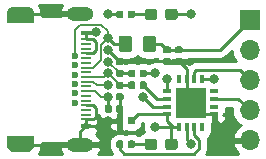
<source format=gbr>
G04 #@! TF.GenerationSoftware,KiCad,Pcbnew,5.1.1*
G04 #@! TF.CreationDate,2019-04-20T22:30:45+02:00*
G04 #@! TF.ProjectId,darling,6461726c-696e-4672-9e6b-696361645f70,rev?*
G04 #@! TF.SameCoordinates,Original*
G04 #@! TF.FileFunction,Copper,L1,Top*
G04 #@! TF.FilePolarity,Positive*
%FSLAX46Y46*%
G04 Gerber Fmt 4.6, Leading zero omitted, Abs format (unit mm)*
G04 Created by KiCad (PCBNEW 5.1.1) date 2019-04-20 22:30:45*
%MOMM*%
%LPD*%
G04 APERTURE LIST*
%ADD10C,0.100000*%
%ADD11C,0.590000*%
%ADD12C,0.950000*%
%ADD13C,1.150000*%
%ADD14R,0.850000X0.230000*%
%ADD15R,0.850000X0.460000*%
%ADD16C,0.600000*%
%ADD17O,2.300000X1.200000*%
%ADD18C,0.700000*%
%ADD19R,0.350000X0.800000*%
%ADD20R,0.800000X0.350000*%
%ADD21R,2.500000X2.500000*%
%ADD22R,1.700000X1.700000*%
%ADD23O,1.700000X1.700000*%
%ADD24C,0.800000*%
%ADD25C,0.250000*%
%ADD26C,0.200000*%
%ADD27C,0.254000*%
G04 APERTURE END LIST*
D10*
G36*
X128146958Y-125680710D02*
G01*
X128161276Y-125682834D01*
X128175317Y-125686351D01*
X128188946Y-125691228D01*
X128202031Y-125697417D01*
X128214447Y-125704858D01*
X128226073Y-125713481D01*
X128236798Y-125723202D01*
X128246519Y-125733927D01*
X128255142Y-125745553D01*
X128262583Y-125757969D01*
X128268772Y-125771054D01*
X128273649Y-125784683D01*
X128277166Y-125798724D01*
X128279290Y-125813042D01*
X128280000Y-125827500D01*
X128280000Y-126172500D01*
X128279290Y-126186958D01*
X128277166Y-126201276D01*
X128273649Y-126215317D01*
X128268772Y-126228946D01*
X128262583Y-126242031D01*
X128255142Y-126254447D01*
X128246519Y-126266073D01*
X128236798Y-126276798D01*
X128226073Y-126286519D01*
X128214447Y-126295142D01*
X128202031Y-126302583D01*
X128188946Y-126308772D01*
X128175317Y-126313649D01*
X128161276Y-126317166D01*
X128146958Y-126319290D01*
X128132500Y-126320000D01*
X127837500Y-126320000D01*
X127823042Y-126319290D01*
X127808724Y-126317166D01*
X127794683Y-126313649D01*
X127781054Y-126308772D01*
X127767969Y-126302583D01*
X127755553Y-126295142D01*
X127743927Y-126286519D01*
X127733202Y-126276798D01*
X127723481Y-126266073D01*
X127714858Y-126254447D01*
X127707417Y-126242031D01*
X127701228Y-126228946D01*
X127696351Y-126215317D01*
X127692834Y-126201276D01*
X127690710Y-126186958D01*
X127690000Y-126172500D01*
X127690000Y-125827500D01*
X127690710Y-125813042D01*
X127692834Y-125798724D01*
X127696351Y-125784683D01*
X127701228Y-125771054D01*
X127707417Y-125757969D01*
X127714858Y-125745553D01*
X127723481Y-125733927D01*
X127733202Y-125723202D01*
X127743927Y-125713481D01*
X127755553Y-125704858D01*
X127767969Y-125697417D01*
X127781054Y-125691228D01*
X127794683Y-125686351D01*
X127808724Y-125682834D01*
X127823042Y-125680710D01*
X127837500Y-125680000D01*
X128132500Y-125680000D01*
X128146958Y-125680710D01*
X128146958Y-125680710D01*
G37*
D11*
X127985000Y-126000000D03*
D10*
G36*
X127176958Y-125680710D02*
G01*
X127191276Y-125682834D01*
X127205317Y-125686351D01*
X127218946Y-125691228D01*
X127232031Y-125697417D01*
X127244447Y-125704858D01*
X127256073Y-125713481D01*
X127266798Y-125723202D01*
X127276519Y-125733927D01*
X127285142Y-125745553D01*
X127292583Y-125757969D01*
X127298772Y-125771054D01*
X127303649Y-125784683D01*
X127307166Y-125798724D01*
X127309290Y-125813042D01*
X127310000Y-125827500D01*
X127310000Y-126172500D01*
X127309290Y-126186958D01*
X127307166Y-126201276D01*
X127303649Y-126215317D01*
X127298772Y-126228946D01*
X127292583Y-126242031D01*
X127285142Y-126254447D01*
X127276519Y-126266073D01*
X127266798Y-126276798D01*
X127256073Y-126286519D01*
X127244447Y-126295142D01*
X127232031Y-126302583D01*
X127218946Y-126308772D01*
X127205317Y-126313649D01*
X127191276Y-126317166D01*
X127176958Y-126319290D01*
X127162500Y-126320000D01*
X126867500Y-126320000D01*
X126853042Y-126319290D01*
X126838724Y-126317166D01*
X126824683Y-126313649D01*
X126811054Y-126308772D01*
X126797969Y-126302583D01*
X126785553Y-126295142D01*
X126773927Y-126286519D01*
X126763202Y-126276798D01*
X126753481Y-126266073D01*
X126744858Y-126254447D01*
X126737417Y-126242031D01*
X126731228Y-126228946D01*
X126726351Y-126215317D01*
X126722834Y-126201276D01*
X126720710Y-126186958D01*
X126720000Y-126172500D01*
X126720000Y-125827500D01*
X126720710Y-125813042D01*
X126722834Y-125798724D01*
X126726351Y-125784683D01*
X126731228Y-125771054D01*
X126737417Y-125757969D01*
X126744858Y-125745553D01*
X126753481Y-125733927D01*
X126763202Y-125723202D01*
X126773927Y-125713481D01*
X126785553Y-125704858D01*
X126797969Y-125697417D01*
X126811054Y-125691228D01*
X126824683Y-125686351D01*
X126838724Y-125682834D01*
X126853042Y-125680710D01*
X126867500Y-125680000D01*
X127162500Y-125680000D01*
X127176958Y-125680710D01*
X127176958Y-125680710D01*
G37*
D11*
X127015000Y-126000000D03*
D10*
G36*
X133186958Y-121690710D02*
G01*
X133201276Y-121692834D01*
X133215317Y-121696351D01*
X133228946Y-121701228D01*
X133242031Y-121707417D01*
X133254447Y-121714858D01*
X133266073Y-121723481D01*
X133276798Y-121733202D01*
X133286519Y-121743927D01*
X133295142Y-121755553D01*
X133302583Y-121767969D01*
X133308772Y-121781054D01*
X133313649Y-121794683D01*
X133317166Y-121808724D01*
X133319290Y-121823042D01*
X133320000Y-121837500D01*
X133320000Y-122132500D01*
X133319290Y-122146958D01*
X133317166Y-122161276D01*
X133313649Y-122175317D01*
X133308772Y-122188946D01*
X133302583Y-122202031D01*
X133295142Y-122214447D01*
X133286519Y-122226073D01*
X133276798Y-122236798D01*
X133266073Y-122246519D01*
X133254447Y-122255142D01*
X133242031Y-122262583D01*
X133228946Y-122268772D01*
X133215317Y-122273649D01*
X133201276Y-122277166D01*
X133186958Y-122279290D01*
X133172500Y-122280000D01*
X132827500Y-122280000D01*
X132813042Y-122279290D01*
X132798724Y-122277166D01*
X132784683Y-122273649D01*
X132771054Y-122268772D01*
X132757969Y-122262583D01*
X132745553Y-122255142D01*
X132733927Y-122246519D01*
X132723202Y-122236798D01*
X132713481Y-122226073D01*
X132704858Y-122214447D01*
X132697417Y-122202031D01*
X132691228Y-122188946D01*
X132686351Y-122175317D01*
X132682834Y-122161276D01*
X132680710Y-122146958D01*
X132680000Y-122132500D01*
X132680000Y-121837500D01*
X132680710Y-121823042D01*
X132682834Y-121808724D01*
X132686351Y-121794683D01*
X132691228Y-121781054D01*
X132697417Y-121767969D01*
X132704858Y-121755553D01*
X132713481Y-121743927D01*
X132723202Y-121733202D01*
X132733927Y-121723481D01*
X132745553Y-121714858D01*
X132757969Y-121707417D01*
X132771054Y-121701228D01*
X132784683Y-121696351D01*
X132798724Y-121692834D01*
X132813042Y-121690710D01*
X132827500Y-121690000D01*
X133172500Y-121690000D01*
X133186958Y-121690710D01*
X133186958Y-121690710D01*
G37*
D11*
X133000000Y-121985000D03*
D10*
G36*
X133186958Y-120720710D02*
G01*
X133201276Y-120722834D01*
X133215317Y-120726351D01*
X133228946Y-120731228D01*
X133242031Y-120737417D01*
X133254447Y-120744858D01*
X133266073Y-120753481D01*
X133276798Y-120763202D01*
X133286519Y-120773927D01*
X133295142Y-120785553D01*
X133302583Y-120797969D01*
X133308772Y-120811054D01*
X133313649Y-120824683D01*
X133317166Y-120838724D01*
X133319290Y-120853042D01*
X133320000Y-120867500D01*
X133320000Y-121162500D01*
X133319290Y-121176958D01*
X133317166Y-121191276D01*
X133313649Y-121205317D01*
X133308772Y-121218946D01*
X133302583Y-121232031D01*
X133295142Y-121244447D01*
X133286519Y-121256073D01*
X133276798Y-121266798D01*
X133266073Y-121276519D01*
X133254447Y-121285142D01*
X133242031Y-121292583D01*
X133228946Y-121298772D01*
X133215317Y-121303649D01*
X133201276Y-121307166D01*
X133186958Y-121309290D01*
X133172500Y-121310000D01*
X132827500Y-121310000D01*
X132813042Y-121309290D01*
X132798724Y-121307166D01*
X132784683Y-121303649D01*
X132771054Y-121298772D01*
X132757969Y-121292583D01*
X132745553Y-121285142D01*
X132733927Y-121276519D01*
X132723202Y-121266798D01*
X132713481Y-121256073D01*
X132704858Y-121244447D01*
X132697417Y-121232031D01*
X132691228Y-121218946D01*
X132686351Y-121205317D01*
X132682834Y-121191276D01*
X132680710Y-121176958D01*
X132680000Y-121162500D01*
X132680000Y-120867500D01*
X132680710Y-120853042D01*
X132682834Y-120838724D01*
X132686351Y-120824683D01*
X132691228Y-120811054D01*
X132697417Y-120797969D01*
X132704858Y-120785553D01*
X132713481Y-120773927D01*
X132723202Y-120763202D01*
X132733927Y-120753481D01*
X132745553Y-120744858D01*
X132757969Y-120737417D01*
X132771054Y-120731228D01*
X132784683Y-120726351D01*
X132798724Y-120722834D01*
X132813042Y-120720710D01*
X132827500Y-120720000D01*
X133172500Y-120720000D01*
X133186958Y-120720710D01*
X133186958Y-120720710D01*
G37*
D11*
X133000000Y-121015000D03*
D10*
G36*
X132186958Y-120720710D02*
G01*
X132201276Y-120722834D01*
X132215317Y-120726351D01*
X132228946Y-120731228D01*
X132242031Y-120737417D01*
X132254447Y-120744858D01*
X132266073Y-120753481D01*
X132276798Y-120763202D01*
X132286519Y-120773927D01*
X132295142Y-120785553D01*
X132302583Y-120797969D01*
X132308772Y-120811054D01*
X132313649Y-120824683D01*
X132317166Y-120838724D01*
X132319290Y-120853042D01*
X132320000Y-120867500D01*
X132320000Y-121162500D01*
X132319290Y-121176958D01*
X132317166Y-121191276D01*
X132313649Y-121205317D01*
X132308772Y-121218946D01*
X132302583Y-121232031D01*
X132295142Y-121244447D01*
X132286519Y-121256073D01*
X132276798Y-121266798D01*
X132266073Y-121276519D01*
X132254447Y-121285142D01*
X132242031Y-121292583D01*
X132228946Y-121298772D01*
X132215317Y-121303649D01*
X132201276Y-121307166D01*
X132186958Y-121309290D01*
X132172500Y-121310000D01*
X131827500Y-121310000D01*
X131813042Y-121309290D01*
X131798724Y-121307166D01*
X131784683Y-121303649D01*
X131771054Y-121298772D01*
X131757969Y-121292583D01*
X131745553Y-121285142D01*
X131733927Y-121276519D01*
X131723202Y-121266798D01*
X131713481Y-121256073D01*
X131704858Y-121244447D01*
X131697417Y-121232031D01*
X131691228Y-121218946D01*
X131686351Y-121205317D01*
X131682834Y-121191276D01*
X131680710Y-121176958D01*
X131680000Y-121162500D01*
X131680000Y-120867500D01*
X131680710Y-120853042D01*
X131682834Y-120838724D01*
X131686351Y-120824683D01*
X131691228Y-120811054D01*
X131697417Y-120797969D01*
X131704858Y-120785553D01*
X131713481Y-120773927D01*
X131723202Y-120763202D01*
X131733927Y-120753481D01*
X131745553Y-120744858D01*
X131757969Y-120737417D01*
X131771054Y-120731228D01*
X131784683Y-120726351D01*
X131798724Y-120722834D01*
X131813042Y-120720710D01*
X131827500Y-120720000D01*
X132172500Y-120720000D01*
X132186958Y-120720710D01*
X132186958Y-120720710D01*
G37*
D11*
X132000000Y-121015000D03*
D10*
G36*
X132186958Y-121690710D02*
G01*
X132201276Y-121692834D01*
X132215317Y-121696351D01*
X132228946Y-121701228D01*
X132242031Y-121707417D01*
X132254447Y-121714858D01*
X132266073Y-121723481D01*
X132276798Y-121733202D01*
X132286519Y-121743927D01*
X132295142Y-121755553D01*
X132302583Y-121767969D01*
X132308772Y-121781054D01*
X132313649Y-121794683D01*
X132317166Y-121808724D01*
X132319290Y-121823042D01*
X132320000Y-121837500D01*
X132320000Y-122132500D01*
X132319290Y-122146958D01*
X132317166Y-122161276D01*
X132313649Y-122175317D01*
X132308772Y-122188946D01*
X132302583Y-122202031D01*
X132295142Y-122214447D01*
X132286519Y-122226073D01*
X132276798Y-122236798D01*
X132266073Y-122246519D01*
X132254447Y-122255142D01*
X132242031Y-122262583D01*
X132228946Y-122268772D01*
X132215317Y-122273649D01*
X132201276Y-122277166D01*
X132186958Y-122279290D01*
X132172500Y-122280000D01*
X131827500Y-122280000D01*
X131813042Y-122279290D01*
X131798724Y-122277166D01*
X131784683Y-122273649D01*
X131771054Y-122268772D01*
X131757969Y-122262583D01*
X131745553Y-122255142D01*
X131733927Y-122246519D01*
X131723202Y-122236798D01*
X131713481Y-122226073D01*
X131704858Y-122214447D01*
X131697417Y-122202031D01*
X131691228Y-122188946D01*
X131686351Y-122175317D01*
X131682834Y-122161276D01*
X131680710Y-122146958D01*
X131680000Y-122132500D01*
X131680000Y-121837500D01*
X131680710Y-121823042D01*
X131682834Y-121808724D01*
X131686351Y-121794683D01*
X131691228Y-121781054D01*
X131697417Y-121767969D01*
X131704858Y-121755553D01*
X131713481Y-121743927D01*
X131723202Y-121733202D01*
X131733927Y-121723481D01*
X131745553Y-121714858D01*
X131757969Y-121707417D01*
X131771054Y-121701228D01*
X131784683Y-121696351D01*
X131798724Y-121692834D01*
X131813042Y-121690710D01*
X131827500Y-121690000D01*
X132172500Y-121690000D01*
X132186958Y-121690710D01*
X132186958Y-121690710D01*
G37*
D11*
X132000000Y-121985000D03*
D10*
G36*
X129146958Y-126680710D02*
G01*
X129161276Y-126682834D01*
X129175317Y-126686351D01*
X129188946Y-126691228D01*
X129202031Y-126697417D01*
X129214447Y-126704858D01*
X129226073Y-126713481D01*
X129236798Y-126723202D01*
X129246519Y-126733927D01*
X129255142Y-126745553D01*
X129262583Y-126757969D01*
X129268772Y-126771054D01*
X129273649Y-126784683D01*
X129277166Y-126798724D01*
X129279290Y-126813042D01*
X129280000Y-126827500D01*
X129280000Y-127172500D01*
X129279290Y-127186958D01*
X129277166Y-127201276D01*
X129273649Y-127215317D01*
X129268772Y-127228946D01*
X129262583Y-127242031D01*
X129255142Y-127254447D01*
X129246519Y-127266073D01*
X129236798Y-127276798D01*
X129226073Y-127286519D01*
X129214447Y-127295142D01*
X129202031Y-127302583D01*
X129188946Y-127308772D01*
X129175317Y-127313649D01*
X129161276Y-127317166D01*
X129146958Y-127319290D01*
X129132500Y-127320000D01*
X128837500Y-127320000D01*
X128823042Y-127319290D01*
X128808724Y-127317166D01*
X128794683Y-127313649D01*
X128781054Y-127308772D01*
X128767969Y-127302583D01*
X128755553Y-127295142D01*
X128743927Y-127286519D01*
X128733202Y-127276798D01*
X128723481Y-127266073D01*
X128714858Y-127254447D01*
X128707417Y-127242031D01*
X128701228Y-127228946D01*
X128696351Y-127215317D01*
X128692834Y-127201276D01*
X128690710Y-127186958D01*
X128690000Y-127172500D01*
X128690000Y-126827500D01*
X128690710Y-126813042D01*
X128692834Y-126798724D01*
X128696351Y-126784683D01*
X128701228Y-126771054D01*
X128707417Y-126757969D01*
X128714858Y-126745553D01*
X128723481Y-126733927D01*
X128733202Y-126723202D01*
X128743927Y-126713481D01*
X128755553Y-126704858D01*
X128767969Y-126697417D01*
X128781054Y-126691228D01*
X128794683Y-126686351D01*
X128808724Y-126682834D01*
X128823042Y-126680710D01*
X128837500Y-126680000D01*
X129132500Y-126680000D01*
X129146958Y-126680710D01*
X129146958Y-126680710D01*
G37*
D11*
X128985000Y-127000000D03*
D10*
G36*
X128176958Y-126680710D02*
G01*
X128191276Y-126682834D01*
X128205317Y-126686351D01*
X128218946Y-126691228D01*
X128232031Y-126697417D01*
X128244447Y-126704858D01*
X128256073Y-126713481D01*
X128266798Y-126723202D01*
X128276519Y-126733927D01*
X128285142Y-126745553D01*
X128292583Y-126757969D01*
X128298772Y-126771054D01*
X128303649Y-126784683D01*
X128307166Y-126798724D01*
X128309290Y-126813042D01*
X128310000Y-126827500D01*
X128310000Y-127172500D01*
X128309290Y-127186958D01*
X128307166Y-127201276D01*
X128303649Y-127215317D01*
X128298772Y-127228946D01*
X128292583Y-127242031D01*
X128285142Y-127254447D01*
X128276519Y-127266073D01*
X128266798Y-127276798D01*
X128256073Y-127286519D01*
X128244447Y-127295142D01*
X128232031Y-127302583D01*
X128218946Y-127308772D01*
X128205317Y-127313649D01*
X128191276Y-127317166D01*
X128176958Y-127319290D01*
X128162500Y-127320000D01*
X127867500Y-127320000D01*
X127853042Y-127319290D01*
X127838724Y-127317166D01*
X127824683Y-127313649D01*
X127811054Y-127308772D01*
X127797969Y-127302583D01*
X127785553Y-127295142D01*
X127773927Y-127286519D01*
X127763202Y-127276798D01*
X127753481Y-127266073D01*
X127744858Y-127254447D01*
X127737417Y-127242031D01*
X127731228Y-127228946D01*
X127726351Y-127215317D01*
X127722834Y-127201276D01*
X127720710Y-127186958D01*
X127720000Y-127172500D01*
X127720000Y-126827500D01*
X127720710Y-126813042D01*
X127722834Y-126798724D01*
X127726351Y-126784683D01*
X127731228Y-126771054D01*
X127737417Y-126757969D01*
X127744858Y-126745553D01*
X127753481Y-126733927D01*
X127763202Y-126723202D01*
X127773927Y-126713481D01*
X127785553Y-126704858D01*
X127797969Y-126697417D01*
X127811054Y-126691228D01*
X127824683Y-126686351D01*
X127838724Y-126682834D01*
X127853042Y-126680710D01*
X127867500Y-126680000D01*
X128162500Y-126680000D01*
X128176958Y-126680710D01*
X128176958Y-126680710D01*
G37*
D11*
X128015000Y-127000000D03*
D10*
G36*
X128186958Y-122690710D02*
G01*
X128201276Y-122692834D01*
X128215317Y-122696351D01*
X128228946Y-122701228D01*
X128242031Y-122707417D01*
X128254447Y-122714858D01*
X128266073Y-122723481D01*
X128276798Y-122733202D01*
X128286519Y-122743927D01*
X128295142Y-122755553D01*
X128302583Y-122767969D01*
X128308772Y-122781054D01*
X128313649Y-122794683D01*
X128317166Y-122808724D01*
X128319290Y-122823042D01*
X128320000Y-122837500D01*
X128320000Y-123132500D01*
X128319290Y-123146958D01*
X128317166Y-123161276D01*
X128313649Y-123175317D01*
X128308772Y-123188946D01*
X128302583Y-123202031D01*
X128295142Y-123214447D01*
X128286519Y-123226073D01*
X128276798Y-123236798D01*
X128266073Y-123246519D01*
X128254447Y-123255142D01*
X128242031Y-123262583D01*
X128228946Y-123268772D01*
X128215317Y-123273649D01*
X128201276Y-123277166D01*
X128186958Y-123279290D01*
X128172500Y-123280000D01*
X127827500Y-123280000D01*
X127813042Y-123279290D01*
X127798724Y-123277166D01*
X127784683Y-123273649D01*
X127771054Y-123268772D01*
X127757969Y-123262583D01*
X127745553Y-123255142D01*
X127733927Y-123246519D01*
X127723202Y-123236798D01*
X127713481Y-123226073D01*
X127704858Y-123214447D01*
X127697417Y-123202031D01*
X127691228Y-123188946D01*
X127686351Y-123175317D01*
X127682834Y-123161276D01*
X127680710Y-123146958D01*
X127680000Y-123132500D01*
X127680000Y-122837500D01*
X127680710Y-122823042D01*
X127682834Y-122808724D01*
X127686351Y-122794683D01*
X127691228Y-122781054D01*
X127697417Y-122767969D01*
X127704858Y-122755553D01*
X127713481Y-122743927D01*
X127723202Y-122733202D01*
X127733927Y-122723481D01*
X127745553Y-122714858D01*
X127757969Y-122707417D01*
X127771054Y-122701228D01*
X127784683Y-122696351D01*
X127798724Y-122692834D01*
X127813042Y-122690710D01*
X127827500Y-122690000D01*
X128172500Y-122690000D01*
X128186958Y-122690710D01*
X128186958Y-122690710D01*
G37*
D11*
X128000000Y-122985000D03*
D10*
G36*
X128186958Y-121720710D02*
G01*
X128201276Y-121722834D01*
X128215317Y-121726351D01*
X128228946Y-121731228D01*
X128242031Y-121737417D01*
X128254447Y-121744858D01*
X128266073Y-121753481D01*
X128276798Y-121763202D01*
X128286519Y-121773927D01*
X128295142Y-121785553D01*
X128302583Y-121797969D01*
X128308772Y-121811054D01*
X128313649Y-121824683D01*
X128317166Y-121838724D01*
X128319290Y-121853042D01*
X128320000Y-121867500D01*
X128320000Y-122162500D01*
X128319290Y-122176958D01*
X128317166Y-122191276D01*
X128313649Y-122205317D01*
X128308772Y-122218946D01*
X128302583Y-122232031D01*
X128295142Y-122244447D01*
X128286519Y-122256073D01*
X128276798Y-122266798D01*
X128266073Y-122276519D01*
X128254447Y-122285142D01*
X128242031Y-122292583D01*
X128228946Y-122298772D01*
X128215317Y-122303649D01*
X128201276Y-122307166D01*
X128186958Y-122309290D01*
X128172500Y-122310000D01*
X127827500Y-122310000D01*
X127813042Y-122309290D01*
X127798724Y-122307166D01*
X127784683Y-122303649D01*
X127771054Y-122298772D01*
X127757969Y-122292583D01*
X127745553Y-122285142D01*
X127733927Y-122276519D01*
X127723202Y-122266798D01*
X127713481Y-122256073D01*
X127704858Y-122244447D01*
X127697417Y-122232031D01*
X127691228Y-122218946D01*
X127686351Y-122205317D01*
X127682834Y-122191276D01*
X127680710Y-122176958D01*
X127680000Y-122162500D01*
X127680000Y-121867500D01*
X127680710Y-121853042D01*
X127682834Y-121838724D01*
X127686351Y-121824683D01*
X127691228Y-121811054D01*
X127697417Y-121797969D01*
X127704858Y-121785553D01*
X127713481Y-121773927D01*
X127723202Y-121763202D01*
X127733927Y-121753481D01*
X127745553Y-121744858D01*
X127757969Y-121737417D01*
X127771054Y-121731228D01*
X127784683Y-121726351D01*
X127798724Y-121722834D01*
X127813042Y-121720710D01*
X127827500Y-121720000D01*
X128172500Y-121720000D01*
X128186958Y-121720710D01*
X128186958Y-121720710D01*
G37*
D11*
X128000000Y-122015000D03*
D10*
G36*
X128186958Y-124690710D02*
G01*
X128201276Y-124692834D01*
X128215317Y-124696351D01*
X128228946Y-124701228D01*
X128242031Y-124707417D01*
X128254447Y-124714858D01*
X128266073Y-124723481D01*
X128276798Y-124733202D01*
X128286519Y-124743927D01*
X128295142Y-124755553D01*
X128302583Y-124767969D01*
X128308772Y-124781054D01*
X128313649Y-124794683D01*
X128317166Y-124808724D01*
X128319290Y-124823042D01*
X128320000Y-124837500D01*
X128320000Y-125132500D01*
X128319290Y-125146958D01*
X128317166Y-125161276D01*
X128313649Y-125175317D01*
X128308772Y-125188946D01*
X128302583Y-125202031D01*
X128295142Y-125214447D01*
X128286519Y-125226073D01*
X128276798Y-125236798D01*
X128266073Y-125246519D01*
X128254447Y-125255142D01*
X128242031Y-125262583D01*
X128228946Y-125268772D01*
X128215317Y-125273649D01*
X128201276Y-125277166D01*
X128186958Y-125279290D01*
X128172500Y-125280000D01*
X127827500Y-125280000D01*
X127813042Y-125279290D01*
X127798724Y-125277166D01*
X127784683Y-125273649D01*
X127771054Y-125268772D01*
X127757969Y-125262583D01*
X127745553Y-125255142D01*
X127733927Y-125246519D01*
X127723202Y-125236798D01*
X127713481Y-125226073D01*
X127704858Y-125214447D01*
X127697417Y-125202031D01*
X127691228Y-125188946D01*
X127686351Y-125175317D01*
X127682834Y-125161276D01*
X127680710Y-125146958D01*
X127680000Y-125132500D01*
X127680000Y-124837500D01*
X127680710Y-124823042D01*
X127682834Y-124808724D01*
X127686351Y-124794683D01*
X127691228Y-124781054D01*
X127697417Y-124767969D01*
X127704858Y-124755553D01*
X127713481Y-124743927D01*
X127723202Y-124733202D01*
X127733927Y-124723481D01*
X127745553Y-124714858D01*
X127757969Y-124707417D01*
X127771054Y-124701228D01*
X127784683Y-124696351D01*
X127798724Y-124692834D01*
X127813042Y-124690710D01*
X127827500Y-124690000D01*
X128172500Y-124690000D01*
X128186958Y-124690710D01*
X128186958Y-124690710D01*
G37*
D11*
X128000000Y-124985000D03*
D10*
G36*
X128186958Y-123720710D02*
G01*
X128201276Y-123722834D01*
X128215317Y-123726351D01*
X128228946Y-123731228D01*
X128242031Y-123737417D01*
X128254447Y-123744858D01*
X128266073Y-123753481D01*
X128276798Y-123763202D01*
X128286519Y-123773927D01*
X128295142Y-123785553D01*
X128302583Y-123797969D01*
X128308772Y-123811054D01*
X128313649Y-123824683D01*
X128317166Y-123838724D01*
X128319290Y-123853042D01*
X128320000Y-123867500D01*
X128320000Y-124162500D01*
X128319290Y-124176958D01*
X128317166Y-124191276D01*
X128313649Y-124205317D01*
X128308772Y-124218946D01*
X128302583Y-124232031D01*
X128295142Y-124244447D01*
X128286519Y-124256073D01*
X128276798Y-124266798D01*
X128266073Y-124276519D01*
X128254447Y-124285142D01*
X128242031Y-124292583D01*
X128228946Y-124298772D01*
X128215317Y-124303649D01*
X128201276Y-124307166D01*
X128186958Y-124309290D01*
X128172500Y-124310000D01*
X127827500Y-124310000D01*
X127813042Y-124309290D01*
X127798724Y-124307166D01*
X127784683Y-124303649D01*
X127771054Y-124298772D01*
X127757969Y-124292583D01*
X127745553Y-124285142D01*
X127733927Y-124276519D01*
X127723202Y-124266798D01*
X127713481Y-124256073D01*
X127704858Y-124244447D01*
X127697417Y-124232031D01*
X127691228Y-124218946D01*
X127686351Y-124205317D01*
X127682834Y-124191276D01*
X127680710Y-124176958D01*
X127680000Y-124162500D01*
X127680000Y-123867500D01*
X127680710Y-123853042D01*
X127682834Y-123838724D01*
X127686351Y-123824683D01*
X127691228Y-123811054D01*
X127697417Y-123797969D01*
X127704858Y-123785553D01*
X127713481Y-123773927D01*
X127723202Y-123763202D01*
X127733927Y-123753481D01*
X127745553Y-123744858D01*
X127757969Y-123737417D01*
X127771054Y-123731228D01*
X127784683Y-123726351D01*
X127798724Y-123722834D01*
X127813042Y-123720710D01*
X127827500Y-123720000D01*
X128172500Y-123720000D01*
X128186958Y-123720710D01*
X128186958Y-123720710D01*
G37*
D11*
X128000000Y-124015000D03*
D10*
G36*
X130935779Y-128526144D02*
G01*
X130958834Y-128529563D01*
X130981443Y-128535227D01*
X131003387Y-128543079D01*
X131024457Y-128553044D01*
X131044448Y-128565026D01*
X131063168Y-128578910D01*
X131080438Y-128594562D01*
X131096090Y-128611832D01*
X131109974Y-128630552D01*
X131121956Y-128650543D01*
X131131921Y-128671613D01*
X131139773Y-128693557D01*
X131145437Y-128716166D01*
X131148856Y-128739221D01*
X131150000Y-128762500D01*
X131150000Y-129237500D01*
X131148856Y-129260779D01*
X131145437Y-129283834D01*
X131139773Y-129306443D01*
X131131921Y-129328387D01*
X131121956Y-129349457D01*
X131109974Y-129369448D01*
X131096090Y-129388168D01*
X131080438Y-129405438D01*
X131063168Y-129421090D01*
X131044448Y-129434974D01*
X131024457Y-129446956D01*
X131003387Y-129456921D01*
X130981443Y-129464773D01*
X130958834Y-129470437D01*
X130935779Y-129473856D01*
X130912500Y-129475000D01*
X130337500Y-129475000D01*
X130314221Y-129473856D01*
X130291166Y-129470437D01*
X130268557Y-129464773D01*
X130246613Y-129456921D01*
X130225543Y-129446956D01*
X130205552Y-129434974D01*
X130186832Y-129421090D01*
X130169562Y-129405438D01*
X130153910Y-129388168D01*
X130140026Y-129369448D01*
X130128044Y-129349457D01*
X130118079Y-129328387D01*
X130110227Y-129306443D01*
X130104563Y-129283834D01*
X130101144Y-129260779D01*
X130100000Y-129237500D01*
X130100000Y-128762500D01*
X130101144Y-128739221D01*
X130104563Y-128716166D01*
X130110227Y-128693557D01*
X130118079Y-128671613D01*
X130128044Y-128650543D01*
X130140026Y-128630552D01*
X130153910Y-128611832D01*
X130169562Y-128594562D01*
X130186832Y-128578910D01*
X130205552Y-128565026D01*
X130225543Y-128553044D01*
X130246613Y-128543079D01*
X130268557Y-128535227D01*
X130291166Y-128529563D01*
X130314221Y-128526144D01*
X130337500Y-128525000D01*
X130912500Y-128525000D01*
X130935779Y-128526144D01*
X130935779Y-128526144D01*
G37*
D12*
X130625000Y-129000000D03*
D10*
G36*
X132685779Y-128526144D02*
G01*
X132708834Y-128529563D01*
X132731443Y-128535227D01*
X132753387Y-128543079D01*
X132774457Y-128553044D01*
X132794448Y-128565026D01*
X132813168Y-128578910D01*
X132830438Y-128594562D01*
X132846090Y-128611832D01*
X132859974Y-128630552D01*
X132871956Y-128650543D01*
X132881921Y-128671613D01*
X132889773Y-128693557D01*
X132895437Y-128716166D01*
X132898856Y-128739221D01*
X132900000Y-128762500D01*
X132900000Y-129237500D01*
X132898856Y-129260779D01*
X132895437Y-129283834D01*
X132889773Y-129306443D01*
X132881921Y-129328387D01*
X132871956Y-129349457D01*
X132859974Y-129369448D01*
X132846090Y-129388168D01*
X132830438Y-129405438D01*
X132813168Y-129421090D01*
X132794448Y-129434974D01*
X132774457Y-129446956D01*
X132753387Y-129456921D01*
X132731443Y-129464773D01*
X132708834Y-129470437D01*
X132685779Y-129473856D01*
X132662500Y-129475000D01*
X132087500Y-129475000D01*
X132064221Y-129473856D01*
X132041166Y-129470437D01*
X132018557Y-129464773D01*
X131996613Y-129456921D01*
X131975543Y-129446956D01*
X131955552Y-129434974D01*
X131936832Y-129421090D01*
X131919562Y-129405438D01*
X131903910Y-129388168D01*
X131890026Y-129369448D01*
X131878044Y-129349457D01*
X131868079Y-129328387D01*
X131860227Y-129306443D01*
X131854563Y-129283834D01*
X131851144Y-129260779D01*
X131850000Y-129237500D01*
X131850000Y-128762500D01*
X131851144Y-128739221D01*
X131854563Y-128716166D01*
X131860227Y-128693557D01*
X131868079Y-128671613D01*
X131878044Y-128650543D01*
X131890026Y-128630552D01*
X131903910Y-128611832D01*
X131919562Y-128594562D01*
X131936832Y-128578910D01*
X131955552Y-128565026D01*
X131975543Y-128553044D01*
X131996613Y-128543079D01*
X132018557Y-128535227D01*
X132041166Y-128529563D01*
X132064221Y-128526144D01*
X132087500Y-128525000D01*
X132662500Y-128525000D01*
X132685779Y-128526144D01*
X132685779Y-128526144D01*
G37*
D12*
X132375000Y-129000000D03*
D10*
G36*
X132685779Y-117526144D02*
G01*
X132708834Y-117529563D01*
X132731443Y-117535227D01*
X132753387Y-117543079D01*
X132774457Y-117553044D01*
X132794448Y-117565026D01*
X132813168Y-117578910D01*
X132830438Y-117594562D01*
X132846090Y-117611832D01*
X132859974Y-117630552D01*
X132871956Y-117650543D01*
X132881921Y-117671613D01*
X132889773Y-117693557D01*
X132895437Y-117716166D01*
X132898856Y-117739221D01*
X132900000Y-117762500D01*
X132900000Y-118237500D01*
X132898856Y-118260779D01*
X132895437Y-118283834D01*
X132889773Y-118306443D01*
X132881921Y-118328387D01*
X132871956Y-118349457D01*
X132859974Y-118369448D01*
X132846090Y-118388168D01*
X132830438Y-118405438D01*
X132813168Y-118421090D01*
X132794448Y-118434974D01*
X132774457Y-118446956D01*
X132753387Y-118456921D01*
X132731443Y-118464773D01*
X132708834Y-118470437D01*
X132685779Y-118473856D01*
X132662500Y-118475000D01*
X132087500Y-118475000D01*
X132064221Y-118473856D01*
X132041166Y-118470437D01*
X132018557Y-118464773D01*
X131996613Y-118456921D01*
X131975543Y-118446956D01*
X131955552Y-118434974D01*
X131936832Y-118421090D01*
X131919562Y-118405438D01*
X131903910Y-118388168D01*
X131890026Y-118369448D01*
X131878044Y-118349457D01*
X131868079Y-118328387D01*
X131860227Y-118306443D01*
X131854563Y-118283834D01*
X131851144Y-118260779D01*
X131850000Y-118237500D01*
X131850000Y-117762500D01*
X131851144Y-117739221D01*
X131854563Y-117716166D01*
X131860227Y-117693557D01*
X131868079Y-117671613D01*
X131878044Y-117650543D01*
X131890026Y-117630552D01*
X131903910Y-117611832D01*
X131919562Y-117594562D01*
X131936832Y-117578910D01*
X131955552Y-117565026D01*
X131975543Y-117553044D01*
X131996613Y-117543079D01*
X132018557Y-117535227D01*
X132041166Y-117529563D01*
X132064221Y-117526144D01*
X132087500Y-117525000D01*
X132662500Y-117525000D01*
X132685779Y-117526144D01*
X132685779Y-117526144D01*
G37*
D12*
X132375000Y-118000000D03*
D10*
G36*
X130935779Y-117526144D02*
G01*
X130958834Y-117529563D01*
X130981443Y-117535227D01*
X131003387Y-117543079D01*
X131024457Y-117553044D01*
X131044448Y-117565026D01*
X131063168Y-117578910D01*
X131080438Y-117594562D01*
X131096090Y-117611832D01*
X131109974Y-117630552D01*
X131121956Y-117650543D01*
X131131921Y-117671613D01*
X131139773Y-117693557D01*
X131145437Y-117716166D01*
X131148856Y-117739221D01*
X131150000Y-117762500D01*
X131150000Y-118237500D01*
X131148856Y-118260779D01*
X131145437Y-118283834D01*
X131139773Y-118306443D01*
X131131921Y-118328387D01*
X131121956Y-118349457D01*
X131109974Y-118369448D01*
X131096090Y-118388168D01*
X131080438Y-118405438D01*
X131063168Y-118421090D01*
X131044448Y-118434974D01*
X131024457Y-118446956D01*
X131003387Y-118456921D01*
X130981443Y-118464773D01*
X130958834Y-118470437D01*
X130935779Y-118473856D01*
X130912500Y-118475000D01*
X130337500Y-118475000D01*
X130314221Y-118473856D01*
X130291166Y-118470437D01*
X130268557Y-118464773D01*
X130246613Y-118456921D01*
X130225543Y-118446956D01*
X130205552Y-118434974D01*
X130186832Y-118421090D01*
X130169562Y-118405438D01*
X130153910Y-118388168D01*
X130140026Y-118369448D01*
X130128044Y-118349457D01*
X130118079Y-118328387D01*
X130110227Y-118306443D01*
X130104563Y-118283834D01*
X130101144Y-118260779D01*
X130100000Y-118237500D01*
X130100000Y-117762500D01*
X130101144Y-117739221D01*
X130104563Y-117716166D01*
X130110227Y-117693557D01*
X130118079Y-117671613D01*
X130128044Y-117650543D01*
X130140026Y-117630552D01*
X130153910Y-117611832D01*
X130169562Y-117594562D01*
X130186832Y-117578910D01*
X130205552Y-117565026D01*
X130225543Y-117553044D01*
X130246613Y-117543079D01*
X130268557Y-117535227D01*
X130291166Y-117529563D01*
X130314221Y-117526144D01*
X130337500Y-117525000D01*
X130912500Y-117525000D01*
X130935779Y-117526144D01*
X130935779Y-117526144D01*
G37*
D12*
X130625000Y-118000000D03*
D10*
G36*
X130874505Y-119801204D02*
G01*
X130898773Y-119804804D01*
X130922572Y-119810765D01*
X130945671Y-119819030D01*
X130967850Y-119829520D01*
X130988893Y-119842132D01*
X131008599Y-119856747D01*
X131026777Y-119873223D01*
X131043253Y-119891401D01*
X131057868Y-119911107D01*
X131070480Y-119932150D01*
X131080970Y-119954329D01*
X131089235Y-119977428D01*
X131095196Y-120001227D01*
X131098796Y-120025495D01*
X131100000Y-120049999D01*
X131100000Y-120950001D01*
X131098796Y-120974505D01*
X131095196Y-120998773D01*
X131089235Y-121022572D01*
X131080970Y-121045671D01*
X131070480Y-121067850D01*
X131057868Y-121088893D01*
X131043253Y-121108599D01*
X131026777Y-121126777D01*
X131008599Y-121143253D01*
X130988893Y-121157868D01*
X130967850Y-121170480D01*
X130945671Y-121180970D01*
X130922572Y-121189235D01*
X130898773Y-121195196D01*
X130874505Y-121198796D01*
X130850001Y-121200000D01*
X130199999Y-121200000D01*
X130175495Y-121198796D01*
X130151227Y-121195196D01*
X130127428Y-121189235D01*
X130104329Y-121180970D01*
X130082150Y-121170480D01*
X130061107Y-121157868D01*
X130041401Y-121143253D01*
X130023223Y-121126777D01*
X130006747Y-121108599D01*
X129992132Y-121088893D01*
X129979520Y-121067850D01*
X129969030Y-121045671D01*
X129960765Y-121022572D01*
X129954804Y-120998773D01*
X129951204Y-120974505D01*
X129950000Y-120950001D01*
X129950000Y-120049999D01*
X129951204Y-120025495D01*
X129954804Y-120001227D01*
X129960765Y-119977428D01*
X129969030Y-119954329D01*
X129979520Y-119932150D01*
X129992132Y-119911107D01*
X130006747Y-119891401D01*
X130023223Y-119873223D01*
X130041401Y-119856747D01*
X130061107Y-119842132D01*
X130082150Y-119829520D01*
X130104329Y-119819030D01*
X130127428Y-119810765D01*
X130151227Y-119804804D01*
X130175495Y-119801204D01*
X130199999Y-119800000D01*
X130850001Y-119800000D01*
X130874505Y-119801204D01*
X130874505Y-119801204D01*
G37*
D13*
X130525000Y-120500000D03*
D10*
G36*
X128824505Y-119801204D02*
G01*
X128848773Y-119804804D01*
X128872572Y-119810765D01*
X128895671Y-119819030D01*
X128917850Y-119829520D01*
X128938893Y-119842132D01*
X128958599Y-119856747D01*
X128976777Y-119873223D01*
X128993253Y-119891401D01*
X129007868Y-119911107D01*
X129020480Y-119932150D01*
X129030970Y-119954329D01*
X129039235Y-119977428D01*
X129045196Y-120001227D01*
X129048796Y-120025495D01*
X129050000Y-120049999D01*
X129050000Y-120950001D01*
X129048796Y-120974505D01*
X129045196Y-120998773D01*
X129039235Y-121022572D01*
X129030970Y-121045671D01*
X129020480Y-121067850D01*
X129007868Y-121088893D01*
X128993253Y-121108599D01*
X128976777Y-121126777D01*
X128958599Y-121143253D01*
X128938893Y-121157868D01*
X128917850Y-121170480D01*
X128895671Y-121180970D01*
X128872572Y-121189235D01*
X128848773Y-121195196D01*
X128824505Y-121198796D01*
X128800001Y-121200000D01*
X128149999Y-121200000D01*
X128125495Y-121198796D01*
X128101227Y-121195196D01*
X128077428Y-121189235D01*
X128054329Y-121180970D01*
X128032150Y-121170480D01*
X128011107Y-121157868D01*
X127991401Y-121143253D01*
X127973223Y-121126777D01*
X127956747Y-121108599D01*
X127942132Y-121088893D01*
X127929520Y-121067850D01*
X127919030Y-121045671D01*
X127910765Y-121022572D01*
X127904804Y-120998773D01*
X127901204Y-120974505D01*
X127900000Y-120950001D01*
X127900000Y-120049999D01*
X127901204Y-120025495D01*
X127904804Y-120001227D01*
X127910765Y-119977428D01*
X127919030Y-119954329D01*
X127929520Y-119932150D01*
X127942132Y-119911107D01*
X127956747Y-119891401D01*
X127973223Y-119873223D01*
X127991401Y-119856747D01*
X128011107Y-119842132D01*
X128032150Y-119829520D01*
X128054329Y-119819030D01*
X128077428Y-119810765D01*
X128101227Y-119804804D01*
X128125495Y-119801204D01*
X128149999Y-119800000D01*
X128800001Y-119800000D01*
X128824505Y-119801204D01*
X128824505Y-119801204D01*
G37*
D13*
X128475000Y-120500000D03*
D14*
X125125000Y-123700000D03*
X125125000Y-123300000D03*
X125125000Y-124100000D03*
X125125000Y-124500000D03*
X125125000Y-124900000D03*
X125125000Y-125300000D03*
X125125000Y-125700000D03*
X125125000Y-126100000D03*
X125125000Y-126500000D03*
X125125000Y-126900000D03*
X125125000Y-122900000D03*
X125125000Y-122500000D03*
X125125000Y-122100000D03*
X125125000Y-121700000D03*
X125125000Y-121300000D03*
X125125000Y-120900000D03*
X125125000Y-120500000D03*
X125125000Y-120100000D03*
D15*
X125125000Y-119585000D03*
X125125000Y-127415000D03*
D16*
X124200000Y-121500000D03*
X124200000Y-122300000D03*
X124200000Y-123100000D03*
X124200000Y-125500000D03*
X124200000Y-124700000D03*
X124200000Y-123900000D03*
D17*
X124650000Y-129050000D03*
X124650000Y-117950000D03*
D18*
X119600000Y-117950000D03*
D10*
G36*
X118450000Y-118700000D02*
G01*
X118450000Y-117950000D01*
X118450165Y-117950000D01*
X118450143Y-117946861D01*
X118451984Y-117902934D01*
X118451984Y-117902930D01*
X118452086Y-117900842D01*
X118452742Y-117894598D01*
X118453312Y-117888338D01*
X118459431Y-117844801D01*
X118459737Y-117842730D01*
X118460999Y-117836583D01*
X118462177Y-117830407D01*
X118472515Y-117787675D01*
X118473022Y-117785643D01*
X118474872Y-117779665D01*
X118476652Y-117773617D01*
X118491110Y-117732098D01*
X118491813Y-117730126D01*
X118494234Y-117724366D01*
X118496600Y-117718510D01*
X118515041Y-117678599D01*
X118515933Y-117676705D01*
X118518929Y-117671164D01*
X118521832Y-117665611D01*
X118544076Y-117627698D01*
X118544079Y-117627692D01*
X118544084Y-117627685D01*
X118545152Y-117625892D01*
X118548661Y-117620690D01*
X118552103Y-117615430D01*
X118577945Y-117579861D01*
X118579188Y-117578176D01*
X118583159Y-117573376D01*
X118587127Y-117568440D01*
X118616316Y-117535563D01*
X118617718Y-117534007D01*
X118622183Y-117529573D01*
X118626573Y-117525090D01*
X118658832Y-117495219D01*
X118660379Y-117493807D01*
X118665219Y-117489859D01*
X118670055Y-117485801D01*
X118705075Y-117459220D01*
X118706752Y-117457966D01*
X118711959Y-117454506D01*
X118717167Y-117450940D01*
X118754613Y-117427903D01*
X118756404Y-117426819D01*
X118761909Y-117423892D01*
X118767454Y-117420843D01*
X118806970Y-117401570D01*
X118808858Y-117400666D01*
X118814651Y-117398278D01*
X118820441Y-117395796D01*
X118861649Y-117380472D01*
X118863616Y-117379756D01*
X118869618Y-117377944D01*
X118875619Y-117376040D01*
X118918125Y-117364810D01*
X118920153Y-117364290D01*
X118926274Y-117363078D01*
X118932455Y-117361764D01*
X118975854Y-117354734D01*
X118977923Y-117354414D01*
X118984178Y-117353800D01*
X118990422Y-117353100D01*
X119034300Y-117350340D01*
X119036391Y-117350223D01*
X119039537Y-117350223D01*
X119042667Y-117350048D01*
X119048950Y-117350004D01*
X119049918Y-117350004D01*
X119050000Y-117350000D01*
X120150000Y-117350000D01*
X120152094Y-117350015D01*
X120154701Y-117350179D01*
X120157329Y-117350179D01*
X120201241Y-117352327D01*
X120203332Y-117352444D01*
X120209578Y-117353145D01*
X120215823Y-117353757D01*
X120259316Y-117360179D01*
X120259320Y-117360180D01*
X120259325Y-117360180D01*
X120261386Y-117360500D01*
X120267516Y-117361803D01*
X120273693Y-117363026D01*
X120316352Y-117373662D01*
X120318380Y-117374183D01*
X120324330Y-117376070D01*
X120330381Y-117377897D01*
X120371799Y-117392645D01*
X120373766Y-117393362D01*
X120379559Y-117395844D01*
X120385352Y-117398231D01*
X120425132Y-117416951D01*
X120427020Y-117417857D01*
X120432485Y-117420862D01*
X120438066Y-117423829D01*
X120475830Y-117446340D01*
X120477621Y-117447425D01*
X120482776Y-117450954D01*
X120488040Y-117454452D01*
X120523422Y-117480539D01*
X120523426Y-117480541D01*
X120523430Y-117480544D01*
X120525103Y-117481796D01*
X120529893Y-117485815D01*
X120534783Y-117489803D01*
X120567455Y-117519222D01*
X120569001Y-117520634D01*
X120573386Y-117525111D01*
X120577853Y-117529547D01*
X120607498Y-117562013D01*
X120608899Y-117563569D01*
X120612806Y-117568428D01*
X120616841Y-117573305D01*
X120643177Y-117608509D01*
X120644419Y-117610195D01*
X120647853Y-117615442D01*
X120651372Y-117620659D01*
X120674147Y-117658265D01*
X120675219Y-117660064D01*
X120678116Y-117665606D01*
X120681118Y-117671158D01*
X120700114Y-117710807D01*
X120701005Y-117712702D01*
X120703340Y-117718482D01*
X120705792Y-117724314D01*
X120720824Y-117765617D01*
X120720829Y-117765628D01*
X120720833Y-117765642D01*
X120721531Y-117767599D01*
X120723303Y-117773623D01*
X120725162Y-117779627D01*
X120736096Y-117822210D01*
X120736602Y-117824242D01*
X120737778Y-117830407D01*
X120739043Y-117836567D01*
X120745769Y-117880014D01*
X120746075Y-117882086D01*
X120746644Y-117888336D01*
X120747301Y-117894589D01*
X120749755Y-117938484D01*
X120749755Y-117938486D01*
X120749857Y-117940577D01*
X120749813Y-117946858D01*
X120749835Y-117950000D01*
X120750000Y-117950000D01*
X120750000Y-118700000D01*
X118450000Y-118700000D01*
X118450000Y-118700000D01*
G37*
D18*
X119600000Y-129050000D03*
D10*
G36*
X120749835Y-129050000D02*
G01*
X120749857Y-129053139D01*
X120748016Y-129097066D01*
X120748016Y-129097070D01*
X120747914Y-129099158D01*
X120747257Y-129105405D01*
X120746688Y-129111662D01*
X120740569Y-129155199D01*
X120740263Y-129157271D01*
X120739000Y-129163425D01*
X120737823Y-129169593D01*
X120727485Y-129212326D01*
X120726978Y-129214357D01*
X120725125Y-129220343D01*
X120723348Y-129226383D01*
X120708890Y-129267901D01*
X120708187Y-129269874D01*
X120705761Y-129275646D01*
X120703400Y-129281491D01*
X120684961Y-129321394D01*
X120684958Y-129321402D01*
X120684953Y-129321411D01*
X120684066Y-129323296D01*
X120681091Y-129328798D01*
X120678168Y-129334389D01*
X120655920Y-129372309D01*
X120654848Y-129374108D01*
X120651330Y-129379324D01*
X120647897Y-129384570D01*
X120622055Y-129420139D01*
X120620813Y-129421824D01*
X120616822Y-129426648D01*
X120612873Y-129431560D01*
X120583683Y-129464437D01*
X120582282Y-129465993D01*
X120577802Y-129470443D01*
X120573427Y-129474910D01*
X120541168Y-129504781D01*
X120539621Y-129506193D01*
X120534766Y-129510153D01*
X120529944Y-129514199D01*
X120494925Y-129540781D01*
X120493248Y-129542035D01*
X120488040Y-129545495D01*
X120482833Y-129549060D01*
X120445387Y-129572097D01*
X120443596Y-129573181D01*
X120438074Y-129576118D01*
X120432545Y-129579157D01*
X120393030Y-129598430D01*
X120391141Y-129599334D01*
X120385352Y-129601720D01*
X120379559Y-129604203D01*
X120338352Y-129619528D01*
X120336384Y-129620244D01*
X120330394Y-129622053D01*
X120324381Y-129623960D01*
X120281875Y-129635190D01*
X120279847Y-129635710D01*
X120273719Y-129636924D01*
X120267545Y-129638236D01*
X120224146Y-129645266D01*
X120222076Y-129645586D01*
X120215838Y-129646198D01*
X120209578Y-129646900D01*
X120165699Y-129649660D01*
X120163609Y-129649777D01*
X120160463Y-129649777D01*
X120157333Y-129649952D01*
X120151051Y-129649996D01*
X120150082Y-129649996D01*
X120150000Y-129650000D01*
X119050000Y-129650000D01*
X119047906Y-129649985D01*
X119045299Y-129649821D01*
X119042672Y-129649821D01*
X118998759Y-129647673D01*
X118996669Y-129647556D01*
X118990430Y-129646856D01*
X118984178Y-129646243D01*
X118940684Y-129639821D01*
X118938615Y-129639500D01*
X118932493Y-129638199D01*
X118926307Y-129636974D01*
X118883648Y-129626338D01*
X118881620Y-129625817D01*
X118875670Y-129623930D01*
X118869619Y-129622103D01*
X118828201Y-129607355D01*
X118826233Y-129606638D01*
X118820504Y-129604183D01*
X118814649Y-129601769D01*
X118774868Y-129583049D01*
X118772980Y-129582144D01*
X118767500Y-129579131D01*
X118761933Y-129576171D01*
X118724170Y-129553660D01*
X118722379Y-129552575D01*
X118717224Y-129549046D01*
X118711960Y-129545548D01*
X118676578Y-129519461D01*
X118676575Y-129519460D01*
X118676573Y-129519458D01*
X118674897Y-129518204D01*
X118670087Y-129514168D01*
X118665218Y-129510197D01*
X118632545Y-129480779D01*
X118630999Y-129479366D01*
X118626630Y-129474904D01*
X118622147Y-129470453D01*
X118592501Y-129437987D01*
X118591101Y-129436431D01*
X118587194Y-129431572D01*
X118583159Y-129426695D01*
X118556823Y-129391491D01*
X118555581Y-129389805D01*
X118552155Y-129384570D01*
X118548628Y-129379341D01*
X118525853Y-129341735D01*
X118524781Y-129339936D01*
X118521884Y-129334394D01*
X118518882Y-129328842D01*
X118499886Y-129289193D01*
X118498995Y-129287298D01*
X118496654Y-129281503D01*
X118494208Y-129275685D01*
X118479171Y-129234373D01*
X118478469Y-129232400D01*
X118476694Y-129226369D01*
X118474838Y-129220373D01*
X118463904Y-129177789D01*
X118463398Y-129175757D01*
X118462224Y-129169607D01*
X118460957Y-129163433D01*
X118454231Y-129119986D01*
X118453925Y-129117914D01*
X118453356Y-129111662D01*
X118452699Y-129105411D01*
X118450245Y-129061517D01*
X118450245Y-129061515D01*
X118450143Y-129059423D01*
X118450187Y-129053142D01*
X118450165Y-129050000D01*
X118450000Y-129050000D01*
X118450000Y-128300000D01*
X120750000Y-128300000D01*
X120750000Y-129050000D01*
X120749835Y-129050000D01*
X120749835Y-129050000D01*
G37*
G36*
X129176958Y-122680710D02*
G01*
X129191276Y-122682834D01*
X129205317Y-122686351D01*
X129218946Y-122691228D01*
X129232031Y-122697417D01*
X129244447Y-122704858D01*
X129256073Y-122713481D01*
X129266798Y-122723202D01*
X129276519Y-122733927D01*
X129285142Y-122745553D01*
X129292583Y-122757969D01*
X129298772Y-122771054D01*
X129303649Y-122784683D01*
X129307166Y-122798724D01*
X129309290Y-122813042D01*
X129310000Y-122827500D01*
X129310000Y-123172500D01*
X129309290Y-123186958D01*
X129307166Y-123201276D01*
X129303649Y-123215317D01*
X129298772Y-123228946D01*
X129292583Y-123242031D01*
X129285142Y-123254447D01*
X129276519Y-123266073D01*
X129266798Y-123276798D01*
X129256073Y-123286519D01*
X129244447Y-123295142D01*
X129232031Y-123302583D01*
X129218946Y-123308772D01*
X129205317Y-123313649D01*
X129191276Y-123317166D01*
X129176958Y-123319290D01*
X129162500Y-123320000D01*
X128867500Y-123320000D01*
X128853042Y-123319290D01*
X128838724Y-123317166D01*
X128824683Y-123313649D01*
X128811054Y-123308772D01*
X128797969Y-123302583D01*
X128785553Y-123295142D01*
X128773927Y-123286519D01*
X128763202Y-123276798D01*
X128753481Y-123266073D01*
X128744858Y-123254447D01*
X128737417Y-123242031D01*
X128731228Y-123228946D01*
X128726351Y-123215317D01*
X128722834Y-123201276D01*
X128720710Y-123186958D01*
X128720000Y-123172500D01*
X128720000Y-122827500D01*
X128720710Y-122813042D01*
X128722834Y-122798724D01*
X128726351Y-122784683D01*
X128731228Y-122771054D01*
X128737417Y-122757969D01*
X128744858Y-122745553D01*
X128753481Y-122733927D01*
X128763202Y-122723202D01*
X128773927Y-122713481D01*
X128785553Y-122704858D01*
X128797969Y-122697417D01*
X128811054Y-122691228D01*
X128824683Y-122686351D01*
X128838724Y-122682834D01*
X128853042Y-122680710D01*
X128867500Y-122680000D01*
X129162500Y-122680000D01*
X129176958Y-122680710D01*
X129176958Y-122680710D01*
G37*
D11*
X129015000Y-123000000D03*
D10*
G36*
X130146958Y-122680710D02*
G01*
X130161276Y-122682834D01*
X130175317Y-122686351D01*
X130188946Y-122691228D01*
X130202031Y-122697417D01*
X130214447Y-122704858D01*
X130226073Y-122713481D01*
X130236798Y-122723202D01*
X130246519Y-122733927D01*
X130255142Y-122745553D01*
X130262583Y-122757969D01*
X130268772Y-122771054D01*
X130273649Y-122784683D01*
X130277166Y-122798724D01*
X130279290Y-122813042D01*
X130280000Y-122827500D01*
X130280000Y-123172500D01*
X130279290Y-123186958D01*
X130277166Y-123201276D01*
X130273649Y-123215317D01*
X130268772Y-123228946D01*
X130262583Y-123242031D01*
X130255142Y-123254447D01*
X130246519Y-123266073D01*
X130236798Y-123276798D01*
X130226073Y-123286519D01*
X130214447Y-123295142D01*
X130202031Y-123302583D01*
X130188946Y-123308772D01*
X130175317Y-123313649D01*
X130161276Y-123317166D01*
X130146958Y-123319290D01*
X130132500Y-123320000D01*
X129837500Y-123320000D01*
X129823042Y-123319290D01*
X129808724Y-123317166D01*
X129794683Y-123313649D01*
X129781054Y-123308772D01*
X129767969Y-123302583D01*
X129755553Y-123295142D01*
X129743927Y-123286519D01*
X129733202Y-123276798D01*
X129723481Y-123266073D01*
X129714858Y-123254447D01*
X129707417Y-123242031D01*
X129701228Y-123228946D01*
X129696351Y-123215317D01*
X129692834Y-123201276D01*
X129690710Y-123186958D01*
X129690000Y-123172500D01*
X129690000Y-122827500D01*
X129690710Y-122813042D01*
X129692834Y-122798724D01*
X129696351Y-122784683D01*
X129701228Y-122771054D01*
X129707417Y-122757969D01*
X129714858Y-122745553D01*
X129723481Y-122733927D01*
X129733202Y-122723202D01*
X129743927Y-122713481D01*
X129755553Y-122704858D01*
X129767969Y-122697417D01*
X129781054Y-122691228D01*
X129794683Y-122686351D01*
X129808724Y-122682834D01*
X129823042Y-122680710D01*
X129837500Y-122680000D01*
X130132500Y-122680000D01*
X130146958Y-122680710D01*
X130146958Y-122680710D01*
G37*
D11*
X129985000Y-123000000D03*
D10*
G36*
X129176958Y-123680710D02*
G01*
X129191276Y-123682834D01*
X129205317Y-123686351D01*
X129218946Y-123691228D01*
X129232031Y-123697417D01*
X129244447Y-123704858D01*
X129256073Y-123713481D01*
X129266798Y-123723202D01*
X129276519Y-123733927D01*
X129285142Y-123745553D01*
X129292583Y-123757969D01*
X129298772Y-123771054D01*
X129303649Y-123784683D01*
X129307166Y-123798724D01*
X129309290Y-123813042D01*
X129310000Y-123827500D01*
X129310000Y-124172500D01*
X129309290Y-124186958D01*
X129307166Y-124201276D01*
X129303649Y-124215317D01*
X129298772Y-124228946D01*
X129292583Y-124242031D01*
X129285142Y-124254447D01*
X129276519Y-124266073D01*
X129266798Y-124276798D01*
X129256073Y-124286519D01*
X129244447Y-124295142D01*
X129232031Y-124302583D01*
X129218946Y-124308772D01*
X129205317Y-124313649D01*
X129191276Y-124317166D01*
X129176958Y-124319290D01*
X129162500Y-124320000D01*
X128867500Y-124320000D01*
X128853042Y-124319290D01*
X128838724Y-124317166D01*
X128824683Y-124313649D01*
X128811054Y-124308772D01*
X128797969Y-124302583D01*
X128785553Y-124295142D01*
X128773927Y-124286519D01*
X128763202Y-124276798D01*
X128753481Y-124266073D01*
X128744858Y-124254447D01*
X128737417Y-124242031D01*
X128731228Y-124228946D01*
X128726351Y-124215317D01*
X128722834Y-124201276D01*
X128720710Y-124186958D01*
X128720000Y-124172500D01*
X128720000Y-123827500D01*
X128720710Y-123813042D01*
X128722834Y-123798724D01*
X128726351Y-123784683D01*
X128731228Y-123771054D01*
X128737417Y-123757969D01*
X128744858Y-123745553D01*
X128753481Y-123733927D01*
X128763202Y-123723202D01*
X128773927Y-123713481D01*
X128785553Y-123704858D01*
X128797969Y-123697417D01*
X128811054Y-123691228D01*
X128824683Y-123686351D01*
X128838724Y-123682834D01*
X128853042Y-123680710D01*
X128867500Y-123680000D01*
X129162500Y-123680000D01*
X129176958Y-123680710D01*
X129176958Y-123680710D01*
G37*
D11*
X129015000Y-124000000D03*
D10*
G36*
X130146958Y-123680710D02*
G01*
X130161276Y-123682834D01*
X130175317Y-123686351D01*
X130188946Y-123691228D01*
X130202031Y-123697417D01*
X130214447Y-123704858D01*
X130226073Y-123713481D01*
X130236798Y-123723202D01*
X130246519Y-123733927D01*
X130255142Y-123745553D01*
X130262583Y-123757969D01*
X130268772Y-123771054D01*
X130273649Y-123784683D01*
X130277166Y-123798724D01*
X130279290Y-123813042D01*
X130280000Y-123827500D01*
X130280000Y-124172500D01*
X130279290Y-124186958D01*
X130277166Y-124201276D01*
X130273649Y-124215317D01*
X130268772Y-124228946D01*
X130262583Y-124242031D01*
X130255142Y-124254447D01*
X130246519Y-124266073D01*
X130236798Y-124276798D01*
X130226073Y-124286519D01*
X130214447Y-124295142D01*
X130202031Y-124302583D01*
X130188946Y-124308772D01*
X130175317Y-124313649D01*
X130161276Y-124317166D01*
X130146958Y-124319290D01*
X130132500Y-124320000D01*
X129837500Y-124320000D01*
X129823042Y-124319290D01*
X129808724Y-124317166D01*
X129794683Y-124313649D01*
X129781054Y-124308772D01*
X129767969Y-124302583D01*
X129755553Y-124295142D01*
X129743927Y-124286519D01*
X129733202Y-124276798D01*
X129723481Y-124266073D01*
X129714858Y-124254447D01*
X129707417Y-124242031D01*
X129701228Y-124228946D01*
X129696351Y-124215317D01*
X129692834Y-124201276D01*
X129690710Y-124186958D01*
X129690000Y-124172500D01*
X129690000Y-123827500D01*
X129690710Y-123813042D01*
X129692834Y-123798724D01*
X129696351Y-123784683D01*
X129701228Y-123771054D01*
X129707417Y-123757969D01*
X129714858Y-123745553D01*
X129723481Y-123733927D01*
X129733202Y-123723202D01*
X129743927Y-123713481D01*
X129755553Y-123704858D01*
X129767969Y-123697417D01*
X129781054Y-123691228D01*
X129794683Y-123686351D01*
X129808724Y-123682834D01*
X129823042Y-123680710D01*
X129837500Y-123680000D01*
X130132500Y-123680000D01*
X130146958Y-123680710D01*
X130146958Y-123680710D01*
G37*
D11*
X129985000Y-124000000D03*
D10*
G36*
X129146958Y-128680710D02*
G01*
X129161276Y-128682834D01*
X129175317Y-128686351D01*
X129188946Y-128691228D01*
X129202031Y-128697417D01*
X129214447Y-128704858D01*
X129226073Y-128713481D01*
X129236798Y-128723202D01*
X129246519Y-128733927D01*
X129255142Y-128745553D01*
X129262583Y-128757969D01*
X129268772Y-128771054D01*
X129273649Y-128784683D01*
X129277166Y-128798724D01*
X129279290Y-128813042D01*
X129280000Y-128827500D01*
X129280000Y-129172500D01*
X129279290Y-129186958D01*
X129277166Y-129201276D01*
X129273649Y-129215317D01*
X129268772Y-129228946D01*
X129262583Y-129242031D01*
X129255142Y-129254447D01*
X129246519Y-129266073D01*
X129236798Y-129276798D01*
X129226073Y-129286519D01*
X129214447Y-129295142D01*
X129202031Y-129302583D01*
X129188946Y-129308772D01*
X129175317Y-129313649D01*
X129161276Y-129317166D01*
X129146958Y-129319290D01*
X129132500Y-129320000D01*
X128837500Y-129320000D01*
X128823042Y-129319290D01*
X128808724Y-129317166D01*
X128794683Y-129313649D01*
X128781054Y-129308772D01*
X128767969Y-129302583D01*
X128755553Y-129295142D01*
X128743927Y-129286519D01*
X128733202Y-129276798D01*
X128723481Y-129266073D01*
X128714858Y-129254447D01*
X128707417Y-129242031D01*
X128701228Y-129228946D01*
X128696351Y-129215317D01*
X128692834Y-129201276D01*
X128690710Y-129186958D01*
X128690000Y-129172500D01*
X128690000Y-128827500D01*
X128690710Y-128813042D01*
X128692834Y-128798724D01*
X128696351Y-128784683D01*
X128701228Y-128771054D01*
X128707417Y-128757969D01*
X128714858Y-128745553D01*
X128723481Y-128733927D01*
X128733202Y-128723202D01*
X128743927Y-128713481D01*
X128755553Y-128704858D01*
X128767969Y-128697417D01*
X128781054Y-128691228D01*
X128794683Y-128686351D01*
X128808724Y-128682834D01*
X128823042Y-128680710D01*
X128837500Y-128680000D01*
X129132500Y-128680000D01*
X129146958Y-128680710D01*
X129146958Y-128680710D01*
G37*
D11*
X128985000Y-129000000D03*
D10*
G36*
X128176958Y-128680710D02*
G01*
X128191276Y-128682834D01*
X128205317Y-128686351D01*
X128218946Y-128691228D01*
X128232031Y-128697417D01*
X128244447Y-128704858D01*
X128256073Y-128713481D01*
X128266798Y-128723202D01*
X128276519Y-128733927D01*
X128285142Y-128745553D01*
X128292583Y-128757969D01*
X128298772Y-128771054D01*
X128303649Y-128784683D01*
X128307166Y-128798724D01*
X128309290Y-128813042D01*
X128310000Y-128827500D01*
X128310000Y-129172500D01*
X128309290Y-129186958D01*
X128307166Y-129201276D01*
X128303649Y-129215317D01*
X128298772Y-129228946D01*
X128292583Y-129242031D01*
X128285142Y-129254447D01*
X128276519Y-129266073D01*
X128266798Y-129276798D01*
X128256073Y-129286519D01*
X128244447Y-129295142D01*
X128232031Y-129302583D01*
X128218946Y-129308772D01*
X128205317Y-129313649D01*
X128191276Y-129317166D01*
X128176958Y-129319290D01*
X128162500Y-129320000D01*
X127867500Y-129320000D01*
X127853042Y-129319290D01*
X127838724Y-129317166D01*
X127824683Y-129313649D01*
X127811054Y-129308772D01*
X127797969Y-129302583D01*
X127785553Y-129295142D01*
X127773927Y-129286519D01*
X127763202Y-129276798D01*
X127753481Y-129266073D01*
X127744858Y-129254447D01*
X127737417Y-129242031D01*
X127731228Y-129228946D01*
X127726351Y-129215317D01*
X127722834Y-129201276D01*
X127720710Y-129186958D01*
X127720000Y-129172500D01*
X127720000Y-128827500D01*
X127720710Y-128813042D01*
X127722834Y-128798724D01*
X127726351Y-128784683D01*
X127731228Y-128771054D01*
X127737417Y-128757969D01*
X127744858Y-128745553D01*
X127753481Y-128733927D01*
X127763202Y-128723202D01*
X127773927Y-128713481D01*
X127785553Y-128704858D01*
X127797969Y-128697417D01*
X127811054Y-128691228D01*
X127824683Y-128686351D01*
X127838724Y-128682834D01*
X127853042Y-128680710D01*
X127867500Y-128680000D01*
X128162500Y-128680000D01*
X128176958Y-128680710D01*
X128176958Y-128680710D01*
G37*
D11*
X128015000Y-129000000D03*
D10*
G36*
X128176958Y-117680710D02*
G01*
X128191276Y-117682834D01*
X128205317Y-117686351D01*
X128218946Y-117691228D01*
X128232031Y-117697417D01*
X128244447Y-117704858D01*
X128256073Y-117713481D01*
X128266798Y-117723202D01*
X128276519Y-117733927D01*
X128285142Y-117745553D01*
X128292583Y-117757969D01*
X128298772Y-117771054D01*
X128303649Y-117784683D01*
X128307166Y-117798724D01*
X128309290Y-117813042D01*
X128310000Y-117827500D01*
X128310000Y-118172500D01*
X128309290Y-118186958D01*
X128307166Y-118201276D01*
X128303649Y-118215317D01*
X128298772Y-118228946D01*
X128292583Y-118242031D01*
X128285142Y-118254447D01*
X128276519Y-118266073D01*
X128266798Y-118276798D01*
X128256073Y-118286519D01*
X128244447Y-118295142D01*
X128232031Y-118302583D01*
X128218946Y-118308772D01*
X128205317Y-118313649D01*
X128191276Y-118317166D01*
X128176958Y-118319290D01*
X128162500Y-118320000D01*
X127867500Y-118320000D01*
X127853042Y-118319290D01*
X127838724Y-118317166D01*
X127824683Y-118313649D01*
X127811054Y-118308772D01*
X127797969Y-118302583D01*
X127785553Y-118295142D01*
X127773927Y-118286519D01*
X127763202Y-118276798D01*
X127753481Y-118266073D01*
X127744858Y-118254447D01*
X127737417Y-118242031D01*
X127731228Y-118228946D01*
X127726351Y-118215317D01*
X127722834Y-118201276D01*
X127720710Y-118186958D01*
X127720000Y-118172500D01*
X127720000Y-117827500D01*
X127720710Y-117813042D01*
X127722834Y-117798724D01*
X127726351Y-117784683D01*
X127731228Y-117771054D01*
X127737417Y-117757969D01*
X127744858Y-117745553D01*
X127753481Y-117733927D01*
X127763202Y-117723202D01*
X127773927Y-117713481D01*
X127785553Y-117704858D01*
X127797969Y-117697417D01*
X127811054Y-117691228D01*
X127824683Y-117686351D01*
X127838724Y-117682834D01*
X127853042Y-117680710D01*
X127867500Y-117680000D01*
X128162500Y-117680000D01*
X128176958Y-117680710D01*
X128176958Y-117680710D01*
G37*
D11*
X128015000Y-118000000D03*
D10*
G36*
X129146958Y-117680710D02*
G01*
X129161276Y-117682834D01*
X129175317Y-117686351D01*
X129188946Y-117691228D01*
X129202031Y-117697417D01*
X129214447Y-117704858D01*
X129226073Y-117713481D01*
X129236798Y-117723202D01*
X129246519Y-117733927D01*
X129255142Y-117745553D01*
X129262583Y-117757969D01*
X129268772Y-117771054D01*
X129273649Y-117784683D01*
X129277166Y-117798724D01*
X129279290Y-117813042D01*
X129280000Y-117827500D01*
X129280000Y-118172500D01*
X129279290Y-118186958D01*
X129277166Y-118201276D01*
X129273649Y-118215317D01*
X129268772Y-118228946D01*
X129262583Y-118242031D01*
X129255142Y-118254447D01*
X129246519Y-118266073D01*
X129236798Y-118276798D01*
X129226073Y-118286519D01*
X129214447Y-118295142D01*
X129202031Y-118302583D01*
X129188946Y-118308772D01*
X129175317Y-118313649D01*
X129161276Y-118317166D01*
X129146958Y-118319290D01*
X129132500Y-118320000D01*
X128837500Y-118320000D01*
X128823042Y-118319290D01*
X128808724Y-118317166D01*
X128794683Y-118313649D01*
X128781054Y-118308772D01*
X128767969Y-118302583D01*
X128755553Y-118295142D01*
X128743927Y-118286519D01*
X128733202Y-118276798D01*
X128723481Y-118266073D01*
X128714858Y-118254447D01*
X128707417Y-118242031D01*
X128701228Y-118228946D01*
X128696351Y-118215317D01*
X128692834Y-118201276D01*
X128690710Y-118186958D01*
X128690000Y-118172500D01*
X128690000Y-117827500D01*
X128690710Y-117813042D01*
X128692834Y-117798724D01*
X128696351Y-117784683D01*
X128701228Y-117771054D01*
X128707417Y-117757969D01*
X128714858Y-117745553D01*
X128723481Y-117733927D01*
X128733202Y-117723202D01*
X128743927Y-117713481D01*
X128755553Y-117704858D01*
X128767969Y-117697417D01*
X128781054Y-117691228D01*
X128794683Y-117686351D01*
X128808724Y-117682834D01*
X128823042Y-117680710D01*
X128837500Y-117680000D01*
X129132500Y-117680000D01*
X129146958Y-117680710D01*
X129146958Y-117680710D01*
G37*
D11*
X128985000Y-118000000D03*
D19*
X134975000Y-123500000D03*
X134325000Y-123500000D03*
X133675000Y-123500000D03*
X133025000Y-123500000D03*
D20*
X132000000Y-124525000D03*
X132000000Y-125175000D03*
X132000000Y-125825000D03*
X132000000Y-126475000D03*
D19*
X133025000Y-127500000D03*
X133675000Y-127500000D03*
X134325000Y-127500000D03*
X134975000Y-127500000D03*
D20*
X136000000Y-126475000D03*
X136000000Y-125825000D03*
X136000000Y-125175000D03*
X136000000Y-124525000D03*
D21*
X134000000Y-125500000D03*
D22*
X139000000Y-118500000D03*
D23*
X139000000Y-121040000D03*
X139000000Y-123580000D03*
X139000000Y-126120000D03*
X139000000Y-128660000D03*
D24*
X127000000Y-121000000D03*
X127000000Y-127000000D03*
X126000000Y-119500000D03*
X134000000Y-129000000D03*
X136000000Y-123500000D03*
X131000000Y-127500000D03*
X134000000Y-118000000D03*
X127000000Y-122000000D03*
X127000000Y-124000000D03*
X127000000Y-123000000D03*
X131000000Y-123000000D03*
X129979847Y-125020153D03*
X132000000Y-123500000D03*
X127000000Y-118000000D03*
X127005153Y-119994847D03*
X127000000Y-125000000D03*
D25*
X119600000Y-117950000D02*
X124650000Y-117950000D01*
X119600000Y-129050000D02*
X124650000Y-129050000D01*
X125125000Y-119585000D02*
X125125000Y-120059999D01*
X125125000Y-127415000D02*
X125125000Y-126940001D01*
X124650000Y-127890000D02*
X125125000Y-127415000D01*
X124650000Y-129050000D02*
X124650000Y-127890000D01*
X133000000Y-121985000D02*
X132000000Y-121985000D01*
X127985000Y-125000000D02*
X128000000Y-124985000D01*
X128000000Y-125985000D02*
X127985000Y-126000000D01*
X128000000Y-124985000D02*
X128000000Y-125985000D01*
X125125000Y-127415000D02*
X126588232Y-127415000D01*
X128030000Y-121985000D02*
X128000000Y-122015000D01*
X132000000Y-121985000D02*
X128030000Y-121985000D01*
X127985000Y-126970000D02*
X128015000Y-127000000D01*
X127985000Y-126000000D02*
X127985000Y-126970000D01*
X133675000Y-125175000D02*
X134000000Y-125500000D01*
X133675000Y-123500000D02*
X133675000Y-125175000D01*
X134975000Y-126475000D02*
X134000000Y-125500000D01*
X136000000Y-126475000D02*
X134975000Y-126475000D01*
X133675000Y-122660000D02*
X133675000Y-123500000D01*
X133000000Y-121985000D02*
X133675000Y-122660000D01*
X137797919Y-128660000D02*
X139000000Y-128660000D01*
X137760000Y-128660000D02*
X137797919Y-128660000D01*
X136000000Y-126900000D02*
X137760000Y-128660000D01*
X136000000Y-126475000D02*
X136000000Y-126900000D01*
X125320000Y-119585000D02*
X125125000Y-119585000D01*
X125750000Y-125700000D02*
X126000000Y-125950000D01*
X125125000Y-125700000D02*
X125750000Y-125700000D01*
X125750000Y-126900000D02*
X125125000Y-126900000D01*
X126000000Y-126650000D02*
X125750000Y-126900000D01*
X126000000Y-125950000D02*
X126000000Y-126650000D01*
X128000000Y-122015000D02*
X128000000Y-122000000D01*
X128000000Y-122000000D02*
X127000000Y-121000000D01*
X128015000Y-127000000D02*
X127000000Y-127000000D01*
X126588232Y-127411768D02*
X127000000Y-127000000D01*
X126588232Y-127415000D02*
X126588232Y-127411768D01*
X125915000Y-119585000D02*
X126000000Y-119500000D01*
X125125000Y-119585000D02*
X125915000Y-119585000D01*
X125750000Y-120100000D02*
X126000000Y-120350000D01*
X125125000Y-120100000D02*
X125750000Y-120100000D01*
X125750000Y-121300000D02*
X125125000Y-121300000D01*
X126000000Y-121050000D02*
X125750000Y-121300000D01*
X126000000Y-120350000D02*
X126000000Y-121050000D01*
X133000000Y-121015000D02*
X132000000Y-121015000D01*
X131485000Y-120500000D02*
X132000000Y-121015000D01*
X130525000Y-120500000D02*
X131485000Y-120500000D01*
X133675000Y-127500000D02*
X133675000Y-128675000D01*
X133675000Y-128675000D02*
X134000000Y-129000000D01*
X133000000Y-121015000D02*
X136485000Y-121015000D01*
X136485000Y-121015000D02*
X139000000Y-118500000D01*
X129510000Y-126475000D02*
X128985000Y-127000000D01*
X132000000Y-126475000D02*
X129510000Y-126475000D01*
X133025000Y-127500000D02*
X132500000Y-127500000D01*
X132000000Y-127000000D02*
X132000000Y-126475000D01*
X132500000Y-127500000D02*
X132000000Y-127000000D01*
X132375000Y-127625000D02*
X132500000Y-127500000D01*
X132375000Y-129000000D02*
X132375000Y-127625000D01*
X134975000Y-123500000D02*
X136000000Y-123500000D01*
X131000000Y-127500000D02*
X132500000Y-127500000D01*
X134000000Y-118000000D02*
X132375000Y-118000000D01*
X129000000Y-122985000D02*
X129015000Y-123000000D01*
X128000000Y-122985000D02*
X129000000Y-122985000D01*
D26*
X128000000Y-122985000D02*
X127985000Y-122985000D01*
X127985000Y-122985000D02*
X127000000Y-122000000D01*
X125125000Y-123700000D02*
X125777002Y-123700000D01*
X126077002Y-124000000D02*
X125777002Y-123700000D01*
X127000000Y-124000000D02*
X126077002Y-124000000D01*
D25*
X129000000Y-124015000D02*
X129015000Y-124000000D01*
X128000000Y-124015000D02*
X129000000Y-124015000D01*
D26*
X128000000Y-124015000D02*
X128000000Y-124000000D01*
X128000000Y-124000000D02*
X127000000Y-123000000D01*
X126700000Y-123300000D02*
X127000000Y-123000000D01*
X125125000Y-123300000D02*
X126700000Y-123300000D01*
D25*
X130625000Y-129000000D02*
X128985000Y-129000000D01*
X130625000Y-118000000D02*
X128985000Y-118000000D01*
X138150001Y-122730001D02*
X139000000Y-123580000D01*
X134444999Y-122730001D02*
X138150001Y-122730001D01*
X134325000Y-122850000D02*
X134444999Y-122730001D01*
X134325000Y-123500000D02*
X134325000Y-122850000D01*
X138055000Y-125175000D02*
X139000000Y-126120000D01*
X136000000Y-125175000D02*
X138055000Y-125175000D01*
X129985000Y-123000000D02*
X131000000Y-123000000D01*
X130784694Y-125825000D02*
X132000000Y-125825000D01*
X129979847Y-125020153D02*
X130784694Y-125825000D01*
X131160000Y-125175000D02*
X132000000Y-125175000D01*
X129985000Y-124000000D02*
X131160000Y-125175000D01*
X128015000Y-129420000D02*
X128015000Y-129000000D01*
X134272992Y-129800010D02*
X128395010Y-129800010D01*
X134725001Y-129348001D02*
X134272992Y-129800010D01*
X134725001Y-128651999D02*
X134725001Y-129348001D01*
X134325000Y-128251998D02*
X134725001Y-128651999D01*
X128395010Y-129800010D02*
X128015000Y-129420000D01*
X134325000Y-127500000D02*
X134325000Y-128251998D01*
X132000000Y-124525000D02*
X132000000Y-123500000D01*
X127000000Y-118000000D02*
X128015000Y-118000000D01*
X128475000Y-120500000D02*
X127510306Y-120500000D01*
X127510306Y-120500000D02*
X127005153Y-119994847D01*
X127015000Y-126000000D02*
X127015000Y-125015000D01*
X127015000Y-125015000D02*
X127000000Y-125000000D01*
D26*
X126434315Y-125000000D02*
X127000000Y-125000000D01*
X125125000Y-124500000D02*
X125934315Y-124500000D01*
X125934315Y-124500000D02*
X126434315Y-125000000D01*
X127005153Y-119429162D02*
X127005153Y-119994847D01*
X126448990Y-118872999D02*
X127005153Y-119429162D01*
X124200000Y-119300000D02*
X124627001Y-118872999D01*
X124627001Y-118872999D02*
X126448990Y-118872999D01*
X124200000Y-121500000D02*
X124200000Y-119300000D01*
X126372999Y-120627001D02*
X126605154Y-120394846D01*
X126372999Y-121877001D02*
X126372999Y-120627001D01*
X125750000Y-122500000D02*
X126372999Y-121877001D01*
X126605154Y-120394846D02*
X127005153Y-119994847D01*
X125125000Y-122500000D02*
X125750000Y-122500000D01*
D27*
G36*
X137507815Y-126120000D02*
G01*
X137536487Y-126411111D01*
X137621401Y-126691034D01*
X137759294Y-126949014D01*
X137944866Y-127175134D01*
X138170986Y-127360706D01*
X138235523Y-127395201D01*
X138118645Y-127464822D01*
X137902412Y-127659731D01*
X137728359Y-127893080D01*
X137603175Y-128155901D01*
X137558524Y-128303110D01*
X137679845Y-128533000D01*
X138873000Y-128533000D01*
X138873000Y-128513000D01*
X139127000Y-128513000D01*
X139127000Y-128533000D01*
X139147000Y-128533000D01*
X139147000Y-128787000D01*
X139127000Y-128787000D01*
X139127000Y-128807000D01*
X138873000Y-128807000D01*
X138873000Y-128787000D01*
X137679845Y-128787000D01*
X137558524Y-129016890D01*
X137603175Y-129164099D01*
X137728359Y-129426920D01*
X137902412Y-129660269D01*
X138046336Y-129790000D01*
X135345430Y-129790000D01*
X135359975Y-129772277D01*
X135430547Y-129640248D01*
X135474004Y-129496987D01*
X135485001Y-129385334D01*
X135485001Y-129385325D01*
X135488677Y-129348002D01*
X135485001Y-129310679D01*
X135485001Y-128689322D01*
X135488677Y-128651999D01*
X135485001Y-128614676D01*
X135485001Y-128614666D01*
X135474004Y-128503013D01*
X135459340Y-128454673D01*
X135504494Y-128430537D01*
X135601185Y-128351185D01*
X135680537Y-128254494D01*
X135739502Y-128144180D01*
X135775812Y-128024482D01*
X135788072Y-127900000D01*
X135788072Y-127211178D01*
X135873000Y-127126250D01*
X135873000Y-126883752D01*
X135875812Y-126874482D01*
X135888072Y-126750000D01*
X135887715Y-126638072D01*
X136127000Y-126638072D01*
X136127000Y-127126250D01*
X136285750Y-127285000D01*
X136385886Y-127287916D01*
X136510608Y-127278412D01*
X136631080Y-127244759D01*
X136742672Y-127188249D01*
X136841094Y-127111055D01*
X136922566Y-127016143D01*
X136983956Y-126907160D01*
X137022905Y-126788294D01*
X137035000Y-126681750D01*
X136876250Y-126523000D01*
X136763678Y-126523000D01*
X136851185Y-126451185D01*
X136871033Y-126427000D01*
X136876250Y-126427000D01*
X137035000Y-126268250D01*
X137022905Y-126161706D01*
X137018551Y-126148418D01*
X137025812Y-126124482D01*
X137038072Y-126000000D01*
X137038072Y-125935000D01*
X137526036Y-125935000D01*
X137507815Y-126120000D01*
X137507815Y-126120000D01*
G37*
X137507815Y-126120000D02*
X137536487Y-126411111D01*
X137621401Y-126691034D01*
X137759294Y-126949014D01*
X137944866Y-127175134D01*
X138170986Y-127360706D01*
X138235523Y-127395201D01*
X138118645Y-127464822D01*
X137902412Y-127659731D01*
X137728359Y-127893080D01*
X137603175Y-128155901D01*
X137558524Y-128303110D01*
X137679845Y-128533000D01*
X138873000Y-128533000D01*
X138873000Y-128513000D01*
X139127000Y-128513000D01*
X139127000Y-128533000D01*
X139147000Y-128533000D01*
X139147000Y-128787000D01*
X139127000Y-128787000D01*
X139127000Y-128807000D01*
X138873000Y-128807000D01*
X138873000Y-128787000D01*
X137679845Y-128787000D01*
X137558524Y-129016890D01*
X137603175Y-129164099D01*
X137728359Y-129426920D01*
X137902412Y-129660269D01*
X138046336Y-129790000D01*
X135345430Y-129790000D01*
X135359975Y-129772277D01*
X135430547Y-129640248D01*
X135474004Y-129496987D01*
X135485001Y-129385334D01*
X135485001Y-129385325D01*
X135488677Y-129348002D01*
X135485001Y-129310679D01*
X135485001Y-128689322D01*
X135488677Y-128651999D01*
X135485001Y-128614676D01*
X135485001Y-128614666D01*
X135474004Y-128503013D01*
X135459340Y-128454673D01*
X135504494Y-128430537D01*
X135601185Y-128351185D01*
X135680537Y-128254494D01*
X135739502Y-128144180D01*
X135775812Y-128024482D01*
X135788072Y-127900000D01*
X135788072Y-127211178D01*
X135873000Y-127126250D01*
X135873000Y-126883752D01*
X135875812Y-126874482D01*
X135888072Y-126750000D01*
X135887715Y-126638072D01*
X136127000Y-126638072D01*
X136127000Y-127126250D01*
X136285750Y-127285000D01*
X136385886Y-127287916D01*
X136510608Y-127278412D01*
X136631080Y-127244759D01*
X136742672Y-127188249D01*
X136841094Y-127111055D01*
X136922566Y-127016143D01*
X136983956Y-126907160D01*
X137022905Y-126788294D01*
X137035000Y-126681750D01*
X136876250Y-126523000D01*
X136763678Y-126523000D01*
X136851185Y-126451185D01*
X136871033Y-126427000D01*
X136876250Y-126427000D01*
X137035000Y-126268250D01*
X137022905Y-126161706D01*
X137018551Y-126148418D01*
X137025812Y-126124482D01*
X137038072Y-126000000D01*
X137038072Y-125935000D01*
X137526036Y-125935000D01*
X137507815Y-126120000D01*
G36*
X128112000Y-125873000D02*
G01*
X128132000Y-125873000D01*
X128132000Y-126127000D01*
X128112000Y-126127000D01*
X128112000Y-126526362D01*
X128111726Y-126526875D01*
X128067023Y-126674243D01*
X128051928Y-126827500D01*
X128051928Y-127172500D01*
X128067023Y-127325757D01*
X128111726Y-127473125D01*
X128142000Y-127529763D01*
X128142000Y-127796250D01*
X128300750Y-127955000D01*
X128310000Y-127958072D01*
X128434482Y-127945812D01*
X128554180Y-127909502D01*
X128561316Y-127905688D01*
X128684243Y-127942977D01*
X128837500Y-127958072D01*
X129132500Y-127958072D01*
X129285757Y-127942977D01*
X129433125Y-127898274D01*
X129568940Y-127825679D01*
X129687983Y-127727983D01*
X129785679Y-127608940D01*
X129858274Y-127473125D01*
X129902977Y-127325757D01*
X129911916Y-127235000D01*
X129997435Y-127235000D01*
X129965000Y-127398061D01*
X129965000Y-127601939D01*
X130004774Y-127801898D01*
X130060327Y-127936015D01*
X130002433Y-127953577D01*
X129851058Y-128034488D01*
X129718377Y-128143377D01*
X129643060Y-128235150D01*
X129568940Y-128174321D01*
X129433125Y-128101726D01*
X129285757Y-128057023D01*
X129132500Y-128041928D01*
X128837500Y-128041928D01*
X128684243Y-128057023D01*
X128536875Y-128101726D01*
X128500000Y-128121436D01*
X128463125Y-128101726D01*
X128315757Y-128057023D01*
X128162500Y-128041928D01*
X127867500Y-128041928D01*
X127714243Y-128057023D01*
X127566875Y-128101726D01*
X127431060Y-128174321D01*
X127312017Y-128272017D01*
X127214321Y-128391060D01*
X127141726Y-128526875D01*
X127097023Y-128674243D01*
X127081928Y-128827500D01*
X127081928Y-129172500D01*
X127097023Y-129325757D01*
X127141726Y-129473125D01*
X127214321Y-129608940D01*
X127312017Y-129727983D01*
X127322436Y-129736534D01*
X127351015Y-129790000D01*
X126191857Y-129790000D01*
X126297421Y-129630533D01*
X126389591Y-129405282D01*
X126393462Y-129367609D01*
X126268731Y-129177000D01*
X124777000Y-129177000D01*
X124777000Y-129197000D01*
X124523000Y-129197000D01*
X124523000Y-129177000D01*
X123031269Y-129177000D01*
X122906538Y-129367609D01*
X122910409Y-129405282D01*
X123002579Y-129630533D01*
X123108143Y-129790000D01*
X121140873Y-129790000D01*
X121177373Y-129739760D01*
X121182379Y-129732109D01*
X121187472Y-129724559D01*
X121221892Y-129667273D01*
X121222875Y-129665424D01*
X121224934Y-129661517D01*
X121265623Y-129583687D01*
X121291767Y-129527109D01*
X121295193Y-129518630D01*
X121298740Y-129510192D01*
X121315903Y-129462523D01*
X121316456Y-129462707D01*
X121316458Y-129462701D01*
X121317836Y-129457154D01*
X121321358Y-129447371D01*
X121321961Y-129445374D01*
X121320845Y-129445037D01*
X121321926Y-129440687D01*
X121323242Y-129441074D01*
X121348037Y-129356828D01*
X121362702Y-129296207D01*
X121364410Y-129287251D01*
X121366246Y-129278307D01*
X121376214Y-129212466D01*
X121376419Y-129210382D01*
X121376858Y-129205748D01*
X121384818Y-129118284D01*
X121387388Y-129056940D01*
X121388072Y-129050000D01*
X121388072Y-128880000D01*
X123003131Y-128880000D01*
X123031269Y-128923000D01*
X124523000Y-128923000D01*
X124523000Y-128903000D01*
X124777000Y-128903000D01*
X124777000Y-128923000D01*
X126268731Y-128923000D01*
X126393462Y-128732391D01*
X126389591Y-128694718D01*
X126297421Y-128469467D01*
X126163078Y-128266526D01*
X125997103Y-128099117D01*
X126072839Y-128010753D01*
X126134147Y-127901725D01*
X126173008Y-127782830D01*
X126185000Y-127676750D01*
X126026250Y-127518000D01*
X125937578Y-127518000D01*
X125987703Y-127479276D01*
X126069868Y-127384964D01*
X126107091Y-127320000D01*
X127081928Y-127320000D01*
X127094188Y-127444482D01*
X127130498Y-127564180D01*
X127189463Y-127674494D01*
X127268815Y-127771185D01*
X127365506Y-127850537D01*
X127475820Y-127909502D01*
X127595518Y-127945812D01*
X127720000Y-127958072D01*
X127729250Y-127955000D01*
X127888000Y-127796250D01*
X127888000Y-127127000D01*
X127243750Y-127127000D01*
X127085000Y-127285750D01*
X127081928Y-127320000D01*
X126107091Y-127320000D01*
X126132055Y-127276434D01*
X126167567Y-127170683D01*
X126185000Y-127153250D01*
X126179237Y-127102267D01*
X126185000Y-127058750D01*
X126172808Y-127046558D01*
X126134147Y-126928275D01*
X126117958Y-126899485D01*
X126139502Y-126859180D01*
X126171041Y-126755209D01*
X126185000Y-126741250D01*
X126179631Y-126700709D01*
X126188072Y-126615000D01*
X126188072Y-126559832D01*
X126214321Y-126608940D01*
X126312017Y-126727983D01*
X126431060Y-126825679D01*
X126566875Y-126898274D01*
X126714243Y-126942977D01*
X126867500Y-126958072D01*
X127162500Y-126958072D01*
X127315757Y-126942977D01*
X127438684Y-126905688D01*
X127445820Y-126909502D01*
X127565518Y-126945812D01*
X127690000Y-126958072D01*
X127699250Y-126955000D01*
X127781250Y-126873000D01*
X127888000Y-126873000D01*
X127888000Y-126473638D01*
X127888274Y-126473125D01*
X127932977Y-126325757D01*
X127948072Y-126172500D01*
X127948072Y-125853000D01*
X128112000Y-125853000D01*
X128112000Y-125873000D01*
X128112000Y-125873000D01*
G37*
X128112000Y-125873000D02*
X128132000Y-125873000D01*
X128132000Y-126127000D01*
X128112000Y-126127000D01*
X128112000Y-126526362D01*
X128111726Y-126526875D01*
X128067023Y-126674243D01*
X128051928Y-126827500D01*
X128051928Y-127172500D01*
X128067023Y-127325757D01*
X128111726Y-127473125D01*
X128142000Y-127529763D01*
X128142000Y-127796250D01*
X128300750Y-127955000D01*
X128310000Y-127958072D01*
X128434482Y-127945812D01*
X128554180Y-127909502D01*
X128561316Y-127905688D01*
X128684243Y-127942977D01*
X128837500Y-127958072D01*
X129132500Y-127958072D01*
X129285757Y-127942977D01*
X129433125Y-127898274D01*
X129568940Y-127825679D01*
X129687983Y-127727983D01*
X129785679Y-127608940D01*
X129858274Y-127473125D01*
X129902977Y-127325757D01*
X129911916Y-127235000D01*
X129997435Y-127235000D01*
X129965000Y-127398061D01*
X129965000Y-127601939D01*
X130004774Y-127801898D01*
X130060327Y-127936015D01*
X130002433Y-127953577D01*
X129851058Y-128034488D01*
X129718377Y-128143377D01*
X129643060Y-128235150D01*
X129568940Y-128174321D01*
X129433125Y-128101726D01*
X129285757Y-128057023D01*
X129132500Y-128041928D01*
X128837500Y-128041928D01*
X128684243Y-128057023D01*
X128536875Y-128101726D01*
X128500000Y-128121436D01*
X128463125Y-128101726D01*
X128315757Y-128057023D01*
X128162500Y-128041928D01*
X127867500Y-128041928D01*
X127714243Y-128057023D01*
X127566875Y-128101726D01*
X127431060Y-128174321D01*
X127312017Y-128272017D01*
X127214321Y-128391060D01*
X127141726Y-128526875D01*
X127097023Y-128674243D01*
X127081928Y-128827500D01*
X127081928Y-129172500D01*
X127097023Y-129325757D01*
X127141726Y-129473125D01*
X127214321Y-129608940D01*
X127312017Y-129727983D01*
X127322436Y-129736534D01*
X127351015Y-129790000D01*
X126191857Y-129790000D01*
X126297421Y-129630533D01*
X126389591Y-129405282D01*
X126393462Y-129367609D01*
X126268731Y-129177000D01*
X124777000Y-129177000D01*
X124777000Y-129197000D01*
X124523000Y-129197000D01*
X124523000Y-129177000D01*
X123031269Y-129177000D01*
X122906538Y-129367609D01*
X122910409Y-129405282D01*
X123002579Y-129630533D01*
X123108143Y-129790000D01*
X121140873Y-129790000D01*
X121177373Y-129739760D01*
X121182379Y-129732109D01*
X121187472Y-129724559D01*
X121221892Y-129667273D01*
X121222875Y-129665424D01*
X121224934Y-129661517D01*
X121265623Y-129583687D01*
X121291767Y-129527109D01*
X121295193Y-129518630D01*
X121298740Y-129510192D01*
X121315903Y-129462523D01*
X121316456Y-129462707D01*
X121316458Y-129462701D01*
X121317836Y-129457154D01*
X121321358Y-129447371D01*
X121321961Y-129445374D01*
X121320845Y-129445037D01*
X121321926Y-129440687D01*
X121323242Y-129441074D01*
X121348037Y-129356828D01*
X121362702Y-129296207D01*
X121364410Y-129287251D01*
X121366246Y-129278307D01*
X121376214Y-129212466D01*
X121376419Y-129210382D01*
X121376858Y-129205748D01*
X121384818Y-129118284D01*
X121387388Y-129056940D01*
X121388072Y-129050000D01*
X121388072Y-128880000D01*
X123003131Y-128880000D01*
X123031269Y-128923000D01*
X124523000Y-128923000D01*
X124523000Y-128903000D01*
X124777000Y-128903000D01*
X124777000Y-128923000D01*
X126268731Y-128923000D01*
X126393462Y-128732391D01*
X126389591Y-128694718D01*
X126297421Y-128469467D01*
X126163078Y-128266526D01*
X125997103Y-128099117D01*
X126072839Y-128010753D01*
X126134147Y-127901725D01*
X126173008Y-127782830D01*
X126185000Y-127676750D01*
X126026250Y-127518000D01*
X125937578Y-127518000D01*
X125987703Y-127479276D01*
X126069868Y-127384964D01*
X126107091Y-127320000D01*
X127081928Y-127320000D01*
X127094188Y-127444482D01*
X127130498Y-127564180D01*
X127189463Y-127674494D01*
X127268815Y-127771185D01*
X127365506Y-127850537D01*
X127475820Y-127909502D01*
X127595518Y-127945812D01*
X127720000Y-127958072D01*
X127729250Y-127955000D01*
X127888000Y-127796250D01*
X127888000Y-127127000D01*
X127243750Y-127127000D01*
X127085000Y-127285750D01*
X127081928Y-127320000D01*
X126107091Y-127320000D01*
X126132055Y-127276434D01*
X126167567Y-127170683D01*
X126185000Y-127153250D01*
X126179237Y-127102267D01*
X126185000Y-127058750D01*
X126172808Y-127046558D01*
X126134147Y-126928275D01*
X126117958Y-126899485D01*
X126139502Y-126859180D01*
X126171041Y-126755209D01*
X126185000Y-126741250D01*
X126179631Y-126700709D01*
X126188072Y-126615000D01*
X126188072Y-126559832D01*
X126214321Y-126608940D01*
X126312017Y-126727983D01*
X126431060Y-126825679D01*
X126566875Y-126898274D01*
X126714243Y-126942977D01*
X126867500Y-126958072D01*
X127162500Y-126958072D01*
X127315757Y-126942977D01*
X127438684Y-126905688D01*
X127445820Y-126909502D01*
X127565518Y-126945812D01*
X127690000Y-126958072D01*
X127699250Y-126955000D01*
X127781250Y-126873000D01*
X127888000Y-126873000D01*
X127888000Y-126473638D01*
X127888274Y-126473125D01*
X127932977Y-126325757D01*
X127948072Y-126172500D01*
X127948072Y-125853000D01*
X128112000Y-125853000D01*
X128112000Y-125873000D01*
G36*
X125252000Y-127491250D02*
G01*
X125278750Y-127518000D01*
X125252000Y-127518000D01*
X125252000Y-127562000D01*
X124998000Y-127562000D01*
X124998000Y-127518000D01*
X124978000Y-127518000D01*
X124978000Y-127511250D01*
X124998000Y-127491250D01*
X124998000Y-127268000D01*
X125252000Y-127268000D01*
X125252000Y-127491250D01*
X125252000Y-127491250D01*
G37*
X125252000Y-127491250D02*
X125278750Y-127518000D01*
X125252000Y-127518000D01*
X125252000Y-127562000D01*
X124998000Y-127562000D01*
X124998000Y-127518000D01*
X124978000Y-127518000D01*
X124978000Y-127511250D01*
X124998000Y-127491250D01*
X124998000Y-127268000D01*
X125252000Y-127268000D01*
X125252000Y-127491250D01*
G36*
X134127000Y-125373000D02*
G01*
X134147000Y-125373000D01*
X134147000Y-125627000D01*
X134127000Y-125627000D01*
X134127000Y-125647000D01*
X133873000Y-125647000D01*
X133873000Y-125627000D01*
X133853000Y-125627000D01*
X133853000Y-125373000D01*
X133873000Y-125373000D01*
X133873000Y-125353000D01*
X134127000Y-125353000D01*
X134127000Y-125373000D01*
X134127000Y-125373000D01*
G37*
X134127000Y-125373000D02*
X134147000Y-125373000D01*
X134147000Y-125627000D01*
X134127000Y-125627000D01*
X134127000Y-125647000D01*
X133873000Y-125647000D01*
X133873000Y-125627000D01*
X133853000Y-125627000D01*
X133853000Y-125373000D01*
X133873000Y-125373000D01*
X133873000Y-125353000D01*
X134127000Y-125353000D01*
X134127000Y-125373000D01*
G36*
X128147000Y-125112000D02*
G01*
X128127000Y-125112000D01*
X128127000Y-125188750D01*
X128112002Y-125203748D01*
X128112002Y-125045000D01*
X128035000Y-125045000D01*
X128035000Y-124948072D01*
X128147000Y-124948072D01*
X128147000Y-125112000D01*
X128147000Y-125112000D01*
G37*
X128147000Y-125112000D02*
X128127000Y-125112000D01*
X128127000Y-125188750D01*
X128112002Y-125203748D01*
X128112002Y-125045000D01*
X128035000Y-125045000D01*
X128035000Y-124948072D01*
X128147000Y-124948072D01*
X128147000Y-125112000D01*
G36*
X137536487Y-121331111D02*
G01*
X137621401Y-121611034D01*
X137759294Y-121869014D01*
X137842172Y-121970001D01*
X134482321Y-121970001D01*
X134444998Y-121966325D01*
X134407676Y-121970001D01*
X134407666Y-121970001D01*
X134296013Y-121980998D01*
X134152752Y-122024455D01*
X134020723Y-122095027D01*
X133904998Y-122190000D01*
X133891138Y-122206888D01*
X133796250Y-122112000D01*
X133127000Y-122112000D01*
X133127000Y-122132000D01*
X132873000Y-122132000D01*
X132873000Y-122112000D01*
X132127000Y-122112000D01*
X132127000Y-122132000D01*
X131873000Y-122132000D01*
X131873000Y-122112000D01*
X131853000Y-122112000D01*
X131853000Y-121948072D01*
X132172500Y-121948072D01*
X132325757Y-121932977D01*
X132473125Y-121888274D01*
X132500000Y-121873909D01*
X132526875Y-121888274D01*
X132674243Y-121932977D01*
X132827500Y-121948072D01*
X133172500Y-121948072D01*
X133325757Y-121932977D01*
X133473125Y-121888274D01*
X133529763Y-121858000D01*
X133796250Y-121858000D01*
X133879250Y-121775000D01*
X136447678Y-121775000D01*
X136485000Y-121778676D01*
X136522322Y-121775000D01*
X136522333Y-121775000D01*
X136633986Y-121764003D01*
X136777247Y-121720546D01*
X136909276Y-121649974D01*
X137025001Y-121555001D01*
X137048804Y-121525997D01*
X137510235Y-121064567D01*
X137536487Y-121331111D01*
X137536487Y-121331111D01*
G37*
X137536487Y-121331111D02*
X137621401Y-121611034D01*
X137759294Y-121869014D01*
X137842172Y-121970001D01*
X134482321Y-121970001D01*
X134444998Y-121966325D01*
X134407676Y-121970001D01*
X134407666Y-121970001D01*
X134296013Y-121980998D01*
X134152752Y-122024455D01*
X134020723Y-122095027D01*
X133904998Y-122190000D01*
X133891138Y-122206888D01*
X133796250Y-122112000D01*
X133127000Y-122112000D01*
X133127000Y-122132000D01*
X132873000Y-122132000D01*
X132873000Y-122112000D01*
X132127000Y-122112000D01*
X132127000Y-122132000D01*
X131873000Y-122132000D01*
X131873000Y-122112000D01*
X131853000Y-122112000D01*
X131853000Y-121948072D01*
X132172500Y-121948072D01*
X132325757Y-121932977D01*
X132473125Y-121888274D01*
X132500000Y-121873909D01*
X132526875Y-121888274D01*
X132674243Y-121932977D01*
X132827500Y-121948072D01*
X133172500Y-121948072D01*
X133325757Y-121932977D01*
X133473125Y-121888274D01*
X133529763Y-121858000D01*
X133796250Y-121858000D01*
X133879250Y-121775000D01*
X136447678Y-121775000D01*
X136485000Y-121778676D01*
X136522322Y-121775000D01*
X136522333Y-121775000D01*
X136633986Y-121764003D01*
X136777247Y-121720546D01*
X136909276Y-121649974D01*
X137025001Y-121555001D01*
X137048804Y-121525997D01*
X137510235Y-121064567D01*
X137536487Y-121331111D01*
G36*
X129572038Y-121577962D02*
G01*
X129706613Y-121688405D01*
X129860149Y-121770472D01*
X130026745Y-121821008D01*
X130199999Y-121838072D01*
X130850001Y-121838072D01*
X131023255Y-121821008D01*
X131133359Y-121787609D01*
X131203748Y-121857998D01*
X131045000Y-121857998D01*
X131045000Y-121965000D01*
X130898061Y-121965000D01*
X130698102Y-122004774D01*
X130509744Y-122082795D01*
X130459952Y-122116065D01*
X130433125Y-122101726D01*
X130285757Y-122057023D01*
X130132500Y-122041928D01*
X129837500Y-122041928D01*
X129684243Y-122057023D01*
X129536875Y-122101726D01*
X129500000Y-122121436D01*
X129463125Y-122101726D01*
X129315757Y-122057023D01*
X129162500Y-122041928D01*
X128867500Y-122041928D01*
X128714243Y-122057023D01*
X128566875Y-122101726D01*
X128510646Y-122131781D01*
X128473125Y-122111726D01*
X128325757Y-122067023D01*
X128172500Y-122051928D01*
X128091375Y-122051928D01*
X128035000Y-121995553D01*
X128035000Y-121898061D01*
X128029020Y-121868000D01*
X128127000Y-121868000D01*
X128127000Y-121888000D01*
X128796250Y-121888000D01*
X128851223Y-121833027D01*
X128973255Y-121821008D01*
X129139851Y-121770472D01*
X129293387Y-121688405D01*
X129427962Y-121577962D01*
X129500000Y-121490184D01*
X129572038Y-121577962D01*
X129572038Y-121577962D01*
G37*
X129572038Y-121577962D02*
X129706613Y-121688405D01*
X129860149Y-121770472D01*
X130026745Y-121821008D01*
X130199999Y-121838072D01*
X130850001Y-121838072D01*
X131023255Y-121821008D01*
X131133359Y-121787609D01*
X131203748Y-121857998D01*
X131045000Y-121857998D01*
X131045000Y-121965000D01*
X130898061Y-121965000D01*
X130698102Y-122004774D01*
X130509744Y-122082795D01*
X130459952Y-122116065D01*
X130433125Y-122101726D01*
X130285757Y-122057023D01*
X130132500Y-122041928D01*
X129837500Y-122041928D01*
X129684243Y-122057023D01*
X129536875Y-122101726D01*
X129500000Y-122121436D01*
X129463125Y-122101726D01*
X129315757Y-122057023D01*
X129162500Y-122041928D01*
X128867500Y-122041928D01*
X128714243Y-122057023D01*
X128566875Y-122101726D01*
X128510646Y-122131781D01*
X128473125Y-122111726D01*
X128325757Y-122067023D01*
X128172500Y-122051928D01*
X128091375Y-122051928D01*
X128035000Y-121995553D01*
X128035000Y-121898061D01*
X128029020Y-121868000D01*
X128127000Y-121868000D01*
X128127000Y-121888000D01*
X128796250Y-121888000D01*
X128851223Y-121833027D01*
X128973255Y-121821008D01*
X129139851Y-121770472D01*
X129293387Y-121688405D01*
X129427962Y-121577962D01*
X129500000Y-121490184D01*
X129572038Y-121577962D01*
G36*
X123002579Y-117369467D02*
G01*
X122910409Y-117594718D01*
X122906538Y-117632391D01*
X123031269Y-117823000D01*
X124523000Y-117823000D01*
X124523000Y-117803000D01*
X124777000Y-117803000D01*
X124777000Y-117823000D01*
X124797000Y-117823000D01*
X124797000Y-118077000D01*
X124777000Y-118077000D01*
X124777000Y-118097000D01*
X124523000Y-118097000D01*
X124523000Y-118077000D01*
X123031269Y-118077000D01*
X123003131Y-118120000D01*
X121388072Y-118120000D01*
X121388072Y-117950000D01*
X121387391Y-117943081D01*
X121387428Y-117937687D01*
X121384408Y-117871100D01*
X121384204Y-117869016D01*
X121383744Y-117864483D01*
X121374564Y-117777140D01*
X121365029Y-117715547D01*
X121363181Y-117706543D01*
X121361469Y-117697571D01*
X121345657Y-117633116D01*
X121345053Y-117631111D01*
X121343634Y-117626465D01*
X121317662Y-117542568D01*
X121296345Y-117484000D01*
X121292818Y-117475610D01*
X121289377Y-117467093D01*
X121261170Y-117406599D01*
X121260187Y-117404750D01*
X121258069Y-117400800D01*
X121216298Y-117323544D01*
X121183997Y-117270209D01*
X121178853Y-117262584D01*
X121173877Y-117254979D01*
X121140966Y-117210000D01*
X123108143Y-117210000D01*
X123002579Y-117369467D01*
X123002579Y-117369467D01*
G37*
X123002579Y-117369467D02*
X122910409Y-117594718D01*
X122906538Y-117632391D01*
X123031269Y-117823000D01*
X124523000Y-117823000D01*
X124523000Y-117803000D01*
X124777000Y-117803000D01*
X124777000Y-117823000D01*
X124797000Y-117823000D01*
X124797000Y-118077000D01*
X124777000Y-118077000D01*
X124777000Y-118097000D01*
X124523000Y-118097000D01*
X124523000Y-118077000D01*
X123031269Y-118077000D01*
X123003131Y-118120000D01*
X121388072Y-118120000D01*
X121388072Y-117950000D01*
X121387391Y-117943081D01*
X121387428Y-117937687D01*
X121384408Y-117871100D01*
X121384204Y-117869016D01*
X121383744Y-117864483D01*
X121374564Y-117777140D01*
X121365029Y-117715547D01*
X121363181Y-117706543D01*
X121361469Y-117697571D01*
X121345657Y-117633116D01*
X121345053Y-117631111D01*
X121343634Y-117626465D01*
X121317662Y-117542568D01*
X121296345Y-117484000D01*
X121292818Y-117475610D01*
X121289377Y-117467093D01*
X121261170Y-117406599D01*
X121260187Y-117404750D01*
X121258069Y-117400800D01*
X121216298Y-117323544D01*
X121183997Y-117270209D01*
X121178853Y-117262584D01*
X121173877Y-117254979D01*
X121140966Y-117210000D01*
X123108143Y-117210000D01*
X123002579Y-117369467D01*
M02*

</source>
